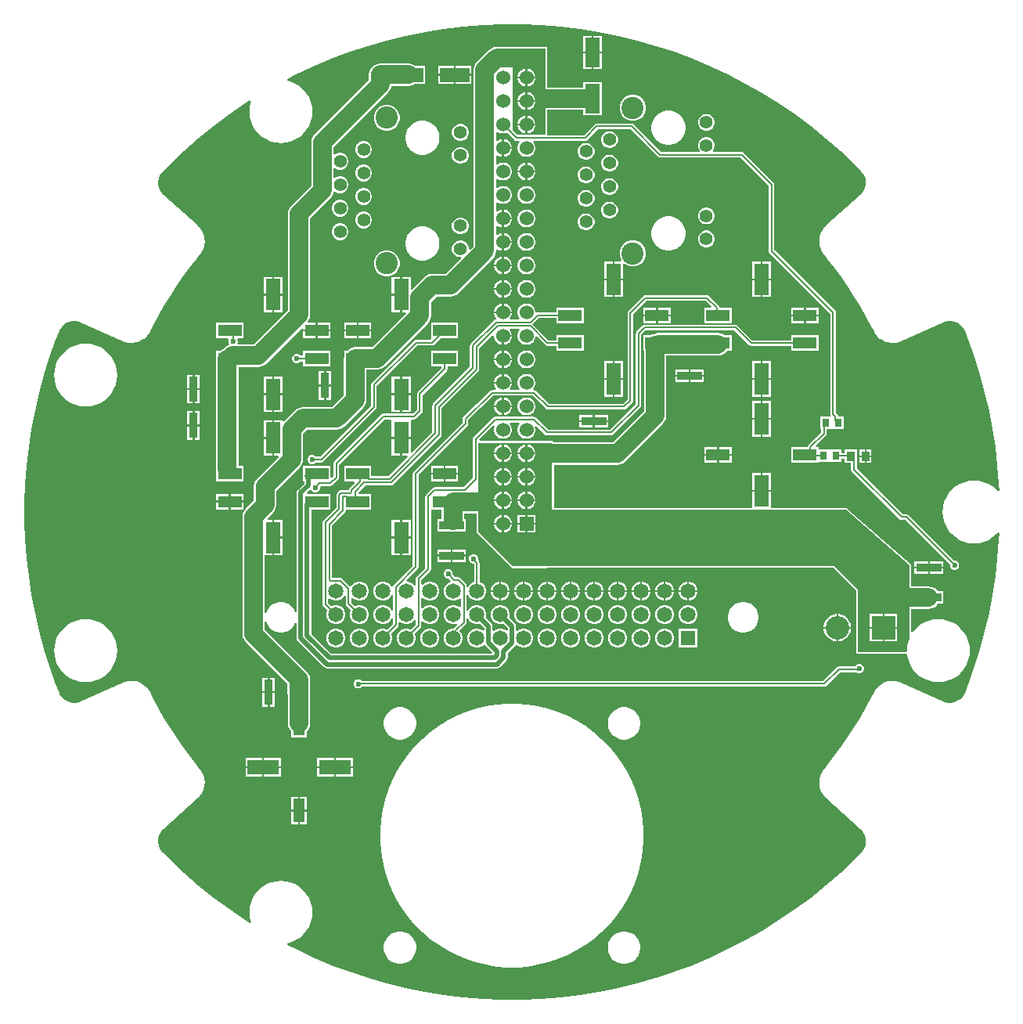
<source format=gtl>
G04*
G04 #@! TF.GenerationSoftware,Altium Limited,Altium Designer,25.5.2 (35)*
G04*
G04 Layer_Physical_Order=1*
G04 Layer_Color=255*
%FSLAX44Y44*%
%MOMM*%
G71*
G04*
G04 #@! TF.SameCoordinates,6D0A5FB9-7A0B-416B-8CE8-3BB7AE90C988*
G04*
G04*
G04 #@! TF.FilePolarity,Positive*
G04*
G01*
G75*
%ADD13C,0.2000*%
%ADD15R,0.9542X2.7062*%
%ADD16R,2.7062X0.9542*%
%ADD17R,0.9000X1.0500*%
%ADD18R,1.2700X2.5400*%
%ADD19R,3.4300X1.6500*%
%ADD20R,1.6500X3.4300*%
%ADD21R,2.5400X1.2700*%
%ADD22R,1.6000X3.2000*%
%ADD23R,3.2000X1.6000*%
%ADD24R,0.8000X0.9500*%
%ADD47C,2.0000*%
%ADD48C,0.4900*%
%ADD49C,1.6500*%
%ADD50R,1.6500X1.6500*%
%ADD51C,2.5500*%
%ADD52C,1.5300*%
%ADD53C,1.4000*%
%ADD54C,2.4000*%
%ADD55R,1.5300X1.5300*%
%ADD56R,2.5500X2.5500*%
%ADD57C,0.6000*%
G36*
X561637Y1056674D02*
X582631Y1054994D01*
X603543Y1052477D01*
X624337Y1049128D01*
X644981Y1044951D01*
X665441Y1039954D01*
X685686Y1034143D01*
X705683Y1027530D01*
X725400Y1020123D01*
X744806Y1011935D01*
X763869Y1002979D01*
X782559Y993270D01*
X800847Y982822D01*
X818704Y971652D01*
X836100Y959779D01*
X853009Y947220D01*
X869403Y933997D01*
X885256Y920130D01*
X900543Y905641D01*
X907890Y898098D01*
X907890Y898097D01*
X909120Y896835D01*
X911025Y893870D01*
X912298Y890585D01*
X912889Y887110D01*
X912774Y883588D01*
X911957Y880160D01*
X910471Y876965D01*
X908376Y874131D01*
X907067Y872952D01*
X869878Y839467D01*
X869841Y839417D01*
X869789Y839383D01*
X868434Y838040D01*
X868331Y837888D01*
X868194Y837766D01*
X865896Y834723D01*
X865790Y834503D01*
X865641Y834309D01*
X863963Y830887D01*
X863900Y830650D01*
X863792Y830432D01*
X862793Y826752D01*
X862776Y826509D01*
X862711Y826274D01*
X862429Y822472D01*
X862458Y822229D01*
X862439Y821986D01*
X862883Y818199D01*
X862959Y817967D01*
X862986Y817724D01*
X864140Y814091D01*
X864258Y813877D01*
X864331Y813644D01*
X866154Y810296D01*
X866272Y810155D01*
X866351Y809989D01*
X867494Y808460D01*
X867540Y808419D01*
X867569Y808365D01*
X871521Y803571D01*
X879148Y793767D01*
X886495Y783749D01*
X893554Y773526D01*
X900321Y763107D01*
X906788Y752501D01*
X912951Y741715D01*
X918807Y730758D01*
X921578Y725198D01*
X921616Y725149D01*
X921635Y725091D01*
X922566Y723425D01*
X922686Y723285D01*
X922767Y723121D01*
X925084Y720093D01*
X925267Y719932D01*
X925415Y719737D01*
X928264Y717205D01*
X928475Y717081D01*
X928656Y716918D01*
X931935Y714972D01*
X932165Y714891D01*
X932374Y714765D01*
X935962Y713476D01*
X936204Y713440D01*
X936433Y713356D01*
X940201Y712772D01*
X940445Y712782D01*
X940686Y712744D01*
X944496Y712885D01*
X944733Y712941D01*
X944977Y712949D01*
X948691Y713811D01*
X948859Y713886D01*
X949040Y713918D01*
X950818Y714610D01*
X950870Y714644D01*
X950930Y714657D01*
X996646Y735011D01*
X998256Y735728D01*
X1001697Y736489D01*
X1005220Y736547D01*
X1008684Y735899D01*
X1011949Y734572D01*
X1014882Y732619D01*
X1017366Y730119D01*
X1019300Y727173D01*
X1019953Y725536D01*
X1023664Y716236D01*
X1030375Y697366D01*
X1036364Y678256D01*
X1041624Y658932D01*
X1046147Y639421D01*
X1049926Y619754D01*
X1052956Y599958D01*
X1055232Y580060D01*
X1056751Y560090D01*
X1057019Y553041D01*
X1055622Y552495D01*
X1054183Y554180D01*
X1050113Y557655D01*
X1045550Y560452D01*
X1040606Y562500D01*
X1035402Y563749D01*
X1030067Y564169D01*
X1024732Y563749D01*
X1019528Y562500D01*
X1014583Y560452D01*
X1010020Y557655D01*
X1005951Y554180D01*
X1002475Y550110D01*
X999679Y545547D01*
X997631Y540603D01*
X996381Y535399D01*
X995962Y530064D01*
X996381Y524729D01*
X997631Y519525D01*
X999679Y514580D01*
X1002475Y510017D01*
X1005951Y505948D01*
X1010020Y502472D01*
X1014583Y499676D01*
X1019528Y497628D01*
X1024732Y496379D01*
X1030067Y495959D01*
X1035402Y496379D01*
X1040606Y497628D01*
X1045550Y499676D01*
X1050113Y502472D01*
X1054183Y505948D01*
X1055622Y507633D01*
X1057019Y507087D01*
X1056751Y500037D01*
X1055232Y480068D01*
X1052956Y460170D01*
X1049926Y440373D01*
X1046147Y420706D01*
X1041624Y401196D01*
X1036364Y381872D01*
X1030375Y362761D01*
X1023664Y343891D01*
X1019953Y334591D01*
X1019300Y332955D01*
X1017366Y330009D01*
X1014882Y327509D01*
X1011949Y325556D01*
X1008684Y324229D01*
X1005221Y323581D01*
X1001697Y323639D01*
X998256Y324399D01*
X996646Y325116D01*
X950930Y345470D01*
X950870Y345484D01*
X950818Y345517D01*
X949040Y346209D01*
X948859Y346241D01*
X948691Y346317D01*
X944977Y347178D01*
X944733Y347186D01*
X944496Y347243D01*
X940686Y347384D01*
X940445Y347345D01*
X940201Y347355D01*
X936433Y346771D01*
X936204Y346688D01*
X935962Y346651D01*
X932374Y345363D01*
X932165Y345237D01*
X931935Y345156D01*
X928656Y343210D01*
X928475Y343047D01*
X928264Y342923D01*
X925415Y340390D01*
X925267Y340196D01*
X925084Y340034D01*
X922767Y337007D01*
X922685Y336842D01*
X922566Y336702D01*
X921635Y335037D01*
X921615Y334978D01*
X921578Y334929D01*
X918807Y329371D01*
X912952Y318413D01*
X906788Y307627D01*
X900321Y297020D01*
X893554Y286601D01*
X886495Y276379D01*
X879148Y266361D01*
X871521Y256556D01*
X867569Y251763D01*
X867540Y251709D01*
X867494Y251667D01*
X866351Y250139D01*
X866272Y249973D01*
X866154Y249832D01*
X864331Y246483D01*
X864258Y246250D01*
X864140Y246036D01*
X862986Y242403D01*
X862959Y242160D01*
X862883Y241928D01*
X862439Y238142D01*
X862458Y237898D01*
X862429Y237656D01*
X862711Y233854D01*
X862776Y233619D01*
X862793Y233375D01*
X863792Y229696D01*
X863900Y229477D01*
X863963Y229241D01*
X865641Y225818D01*
X865790Y225624D01*
X865896Y225404D01*
X868194Y222362D01*
X868331Y222240D01*
X868434Y222087D01*
X869789Y220744D01*
X869841Y220710D01*
X869878Y220661D01*
X907067Y187176D01*
X907067Y187175D01*
X908376Y185996D01*
X910471Y183162D01*
X911957Y179967D01*
X912774Y176539D01*
X912889Y173017D01*
X912298Y169543D01*
X911025Y166257D01*
X909120Y163292D01*
X900543Y154487D01*
X885255Y139997D01*
X869402Y126130D01*
X853008Y112907D01*
X836100Y100349D01*
X818704Y88475D01*
X800847Y77306D01*
X782559Y66858D01*
X763869Y57148D01*
X744805Y48192D01*
X725400Y40005D01*
X705683Y32598D01*
X685686Y25984D01*
X665441Y20174D01*
X644981Y15177D01*
X624337Y11000D01*
X603543Y7650D01*
X582631Y5133D01*
X561637Y3453D01*
X540591Y2613D01*
X519529Y2613D01*
X498484Y3453D01*
X477489Y5133D01*
X456577Y7650D01*
X435783Y11000D01*
X415139Y15177D01*
X394679Y20174D01*
X374434Y25984D01*
X354437Y32598D01*
X334720Y40005D01*
X315315Y48192D01*
X296251Y57148D01*
X286667Y62127D01*
X286862Y63716D01*
X290606Y64615D01*
X295550Y66663D01*
X300113Y69460D01*
X304183Y72935D01*
X307658Y77005D01*
X310455Y81568D01*
X312503Y86512D01*
X313752Y91716D01*
X314172Y97051D01*
X313752Y102386D01*
X312503Y107590D01*
X310455Y112535D01*
X307658Y117098D01*
X304183Y121167D01*
X300113Y124643D01*
X295550Y127439D01*
X290606Y129487D01*
X285402Y130736D01*
X280067Y131156D01*
X274732Y130736D01*
X269528Y129487D01*
X264583Y127439D01*
X260020Y124643D01*
X255951Y121167D01*
X252475Y117098D01*
X249679Y112535D01*
X247631Y107590D01*
X246381Y102386D01*
X245962Y97051D01*
X246381Y91716D01*
X247631Y86512D01*
X247764Y86189D01*
X246619Y85221D01*
X241416Y88475D01*
X224020Y100349D01*
X207111Y112907D01*
X190717Y126130D01*
X174865Y139997D01*
X159577Y154487D01*
X152229Y162030D01*
X152229Y162030D01*
X151000Y163292D01*
X149095Y166257D01*
X147822Y169543D01*
X147231Y173017D01*
X147346Y176539D01*
X148163Y179967D01*
X149649Y183162D01*
X151744Y185996D01*
X153053Y187176D01*
X190242Y220661D01*
X190279Y220710D01*
X190331Y220744D01*
X191686Y222087D01*
X191789Y222240D01*
X191926Y222362D01*
X194224Y225404D01*
X194330Y225624D01*
X194478Y225818D01*
X196157Y229241D01*
X196220Y229477D01*
X196328Y229696D01*
X197327Y233375D01*
X197344Y233619D01*
X197409Y233854D01*
X197691Y237656D01*
X197661Y237898D01*
X197681Y238142D01*
X197237Y241928D01*
X197161Y242160D01*
X197134Y242403D01*
X195979Y246036D01*
X195861Y246250D01*
X195789Y246483D01*
X193966Y249832D01*
X193848Y249973D01*
X193769Y250138D01*
X192626Y251667D01*
X192581Y251709D01*
X192551Y251763D01*
X188599Y256556D01*
X180972Y266361D01*
X173625Y276379D01*
X166566Y286601D01*
X159800Y297020D01*
X153332Y307627D01*
X147168Y318413D01*
X141313Y329370D01*
X138542Y334929D01*
X138504Y334978D01*
X138485Y335037D01*
X137554Y336702D01*
X137434Y336842D01*
X137353Y337007D01*
X135036Y340034D01*
X134853Y340196D01*
X134705Y340390D01*
X131856Y342923D01*
X131645Y343047D01*
X131463Y343210D01*
X128185Y345156D01*
X127955Y345237D01*
X127746Y345363D01*
X124157Y346651D01*
X123916Y346688D01*
X123687Y346771D01*
X119919Y347355D01*
X119675Y347345D01*
X119434Y347384D01*
X115624Y347243D01*
X115387Y347186D01*
X115143Y347178D01*
X111429Y346317D01*
X111261Y346241D01*
X111081Y346209D01*
X109302Y345517D01*
X109250Y345484D01*
X109190Y345470D01*
X63474Y325116D01*
X61864Y324399D01*
X58423Y323639D01*
X54899Y323581D01*
X51435Y324229D01*
X48171Y325556D01*
X45238Y327509D01*
X42754Y330009D01*
X40820Y332955D01*
X40167Y334591D01*
X36456Y343891D01*
X29745Y362761D01*
X23756Y381872D01*
X18496Y401196D01*
X13973Y420707D01*
X10194Y440373D01*
X7164Y460170D01*
X4888Y480068D01*
X3369Y500037D01*
X2609Y520050D01*
X2609Y540077D01*
X3369Y560090D01*
X4888Y580060D01*
X7164Y599958D01*
X10194Y619754D01*
X13973Y639421D01*
X18496Y658932D01*
X23756Y678256D01*
X29745Y697366D01*
X36456Y716236D01*
X40167Y725536D01*
X40820Y727173D01*
X42754Y730119D01*
X45238Y732619D01*
X48171Y734572D01*
X51435Y735899D01*
X54899Y736547D01*
X58423Y736489D01*
X61864Y735728D01*
X63474Y735012D01*
X109190Y714657D01*
X109250Y714644D01*
X109302Y714610D01*
X111080Y713918D01*
X111261Y713886D01*
X111429Y713811D01*
X115143Y712949D01*
X115387Y712941D01*
X115624Y712885D01*
X119434Y712744D01*
X119675Y712782D01*
X119919Y712772D01*
X123687Y713356D01*
X123916Y713440D01*
X124157Y713476D01*
X127746Y714765D01*
X127955Y714890D01*
X128185Y714972D01*
X131463Y716918D01*
X131645Y717081D01*
X131856Y717204D01*
X134705Y719737D01*
X134853Y719932D01*
X135036Y720093D01*
X137353Y723120D01*
X137434Y723285D01*
X137554Y723425D01*
X138485Y725091D01*
X138505Y725149D01*
X138542Y725198D01*
X141313Y730758D01*
X147168Y741714D01*
X153332Y752501D01*
X159799Y763107D01*
X166566Y773526D01*
X173625Y783749D01*
X180972Y793767D01*
X188599Y803572D01*
X192551Y808365D01*
X192580Y808419D01*
X192626Y808460D01*
X193769Y809989D01*
X193848Y810155D01*
X193966Y810296D01*
X195789Y813644D01*
X195862Y813877D01*
X195979Y814091D01*
X197134Y817724D01*
X197161Y817967D01*
X197237Y818199D01*
X197681Y821986D01*
X197661Y822229D01*
X197691Y822472D01*
X197409Y826274D01*
X197344Y826509D01*
X197327Y826752D01*
X196329Y830432D01*
X196220Y830650D01*
X196157Y830887D01*
X194478Y834309D01*
X194330Y834503D01*
X194224Y834723D01*
X191926Y837766D01*
X191789Y837888D01*
X191686Y838040D01*
X190331Y839383D01*
X190279Y839417D01*
X190242Y839467D01*
X153053Y872952D01*
X151744Y874131D01*
X149649Y876965D01*
X148163Y880160D01*
X147346Y883588D01*
X147231Y887110D01*
X147822Y890584D01*
X149095Y893870D01*
X151000Y896835D01*
X159577Y905641D01*
X174865Y920130D01*
X190718Y933997D01*
X207111Y947221D01*
X224020Y959779D01*
X241416Y971652D01*
X246619Y974907D01*
X247764Y973938D01*
X247631Y973616D01*
X246381Y968412D01*
X245962Y963076D01*
X246381Y957741D01*
X247631Y952537D01*
X249679Y947593D01*
X252475Y943030D01*
X255951Y938960D01*
X260020Y935485D01*
X264583Y932689D01*
X269528Y930641D01*
X274732Y929391D01*
X280067Y928971D01*
X285402Y929391D01*
X290606Y930641D01*
X295550Y932689D01*
X300113Y935485D01*
X304183Y938960D01*
X307658Y943030D01*
X310455Y947593D01*
X312503Y952537D01*
X313752Y957741D01*
X314172Y963076D01*
X313752Y968412D01*
X312503Y973616D01*
X310455Y978560D01*
X307658Y983123D01*
X304183Y987192D01*
X300113Y990668D01*
X295550Y993464D01*
X290606Y995512D01*
X286862Y996411D01*
X286667Y998000D01*
X296251Y1002979D01*
X315315Y1011935D01*
X334720Y1020123D01*
X354437Y1027530D01*
X374434Y1034143D01*
X394679Y1039954D01*
X415139Y1044951D01*
X435783Y1049128D01*
X456577Y1052477D01*
X477489Y1054994D01*
X498483Y1056674D01*
X519529Y1057515D01*
X540591D01*
X561637Y1056674D01*
D02*
G37*
%LPC*%
G36*
X627220Y1045030D02*
X618220D01*
Y1028030D01*
X627220D01*
Y1045030D01*
D02*
G37*
G36*
X616220D02*
X607220D01*
Y1028030D01*
X616220D01*
Y1045030D01*
D02*
G37*
G36*
X418054Y1015050D02*
X391000D01*
X389250Y1014819D01*
X387500Y1015050D01*
X384367Y1014638D01*
X381448Y1013428D01*
X378941Y1011505D01*
X377018Y1008998D01*
X375809Y1006079D01*
X375396Y1002946D01*
Y997263D01*
X316611Y938478D01*
X314688Y935972D01*
X313479Y933053D01*
X313066Y929920D01*
Y882633D01*
X291161Y860729D01*
X289238Y858222D01*
X288029Y855303D01*
X287616Y852170D01*
Y748172D01*
X250447Y711003D01*
X233812D01*
X232836Y712503D01*
X233232Y713460D01*
Y715449D01*
X232859Y716349D01*
X233861Y717849D01*
X239481D01*
Y734549D01*
X210081D01*
Y717849D01*
X222603D01*
X223605Y716349D01*
X223232Y715449D01*
Y713460D01*
X223872Y711916D01*
X223984Y711602D01*
X223327Y710167D01*
X221429Y709381D01*
X218922Y707458D01*
X217201Y705737D01*
X216029Y705251D01*
X215114Y704549D01*
X210081D01*
Y695556D01*
X209977Y694769D01*
Y662940D01*
Y623570D01*
Y576580D01*
X210081Y575793D01*
Y562909D01*
X239481D01*
Y579609D01*
X234184D01*
Y623570D01*
Y662940D01*
Y686796D01*
X255460D01*
X258593Y687208D01*
X261512Y688417D01*
X264019Y690341D01*
X302695Y729017D01*
X304081Y728443D01*
Y727199D01*
X317781D01*
Y734549D01*
X310130D01*
X309390Y736049D01*
X310202Y737107D01*
X311411Y740026D01*
X311824Y743159D01*
Y847157D01*
X333728Y869062D01*
X335652Y871568D01*
X336861Y874487D01*
X337081Y876160D01*
X338644Y876718D01*
X340696Y875533D01*
X342985Y874920D01*
X345355D01*
X347644Y875533D01*
X349696Y876718D01*
X351372Y878394D01*
X352557Y880446D01*
X353170Y882735D01*
Y885105D01*
X352557Y887394D01*
X351372Y889446D01*
X349696Y891122D01*
X347644Y892307D01*
X345355Y892920D01*
X342985D01*
X340696Y892307D01*
X338773Y891197D01*
X337836Y891457D01*
X337273Y891689D01*
Y901551D01*
X337836Y901784D01*
X338773Y902043D01*
X340696Y900933D01*
X342985Y900320D01*
X345355D01*
X347644Y900933D01*
X349696Y902118D01*
X351372Y903794D01*
X352557Y905846D01*
X353170Y908135D01*
Y910505D01*
X352557Y912794D01*
X351372Y914846D01*
X349696Y916522D01*
X347644Y917707D01*
X345355Y918320D01*
X342985D01*
X340696Y917707D01*
X338773Y916597D01*
X337836Y916857D01*
X337273Y917089D01*
Y924907D01*
X396059Y983691D01*
X397982Y986198D01*
X399191Y989117D01*
X399418Y990843D01*
X418054D01*
X421186Y991255D01*
X424105Y992464D01*
X424478Y992750D01*
X436250D01*
Y1012750D01*
X424990D01*
X424105Y1013428D01*
X421186Y1014638D01*
X418054Y1015050D01*
D02*
G37*
G36*
X627220Y1026030D02*
X618220D01*
Y1009030D01*
X627220D01*
Y1026030D01*
D02*
G37*
G36*
X616220D02*
X607220D01*
Y1009030D01*
X616220D01*
Y1026030D01*
D02*
G37*
G36*
X486250Y1012750D02*
X469250D01*
Y1003750D01*
X486250D01*
Y1012750D01*
D02*
G37*
G36*
X467250D02*
X450250D01*
Y1003750D01*
X467250D01*
Y1012750D01*
D02*
G37*
G36*
X486250Y1001750D02*
X469250D01*
Y992750D01*
X486250D01*
Y1001750D01*
D02*
G37*
G36*
X467250D02*
X450250D01*
Y992750D01*
X467250D01*
Y1001750D01*
D02*
G37*
G36*
X566420Y1033279D02*
X530400D01*
X529919Y1033184D01*
X513691D01*
X510558Y1032771D01*
X507639Y1031562D01*
X505132Y1029639D01*
X492042Y1016548D01*
X490118Y1014041D01*
X488909Y1011122D01*
X488496Y1007989D01*
Y817363D01*
X484670Y813537D01*
X483170Y814158D01*
Y815755D01*
X482557Y818044D01*
X481372Y820096D01*
X479696Y821772D01*
X477644Y822957D01*
X475355Y823570D01*
X472985D01*
X470696Y822957D01*
X468644Y821772D01*
X466968Y820096D01*
X465783Y818044D01*
X465170Y815755D01*
Y813385D01*
X465783Y811096D01*
X466968Y809044D01*
X468644Y807368D01*
X470696Y806183D01*
X472985Y805570D01*
X474582D01*
X475203Y804070D01*
X458487Y787354D01*
X443750D01*
X440617Y786941D01*
X437698Y785732D01*
X435191Y783809D01*
X421961Y770578D01*
X421563Y770600D01*
X420461Y770974D01*
Y784199D01*
X411211D01*
Y765049D01*
Y745899D01*
X415072D01*
X415646Y744513D01*
X379436Y708303D01*
X360420D01*
X357287Y707890D01*
X354368Y706681D01*
X351861Y704758D01*
X351702Y704549D01*
X348511D01*
Y697675D01*
X348316Y696199D01*
Y666750D01*
Y656264D01*
X335346Y643294D01*
X303747D01*
X300614Y642881D01*
X297695Y641672D01*
X295188Y639748D01*
X283531Y628091D01*
X283133Y628113D01*
X282031Y628487D01*
Y629259D01*
X272781D01*
Y610109D01*
Y590959D01*
X276882D01*
X277456Y589573D01*
X254442Y566558D01*
X252518Y564052D01*
X251309Y561133D01*
X250896Y558000D01*
Y542514D01*
X241942Y533559D01*
X240018Y531052D01*
X238809Y528133D01*
X238396Y525000D01*
Y397750D01*
X238809Y394617D01*
X240018Y391698D01*
X241942Y389192D01*
X287356Y343777D01*
Y333531D01*
X287486Y332544D01*
Y301130D01*
X287899Y297997D01*
X289108Y295078D01*
X291031Y292572D01*
X291161Y292442D01*
X291370Y292281D01*
Y286300D01*
X308070D01*
Y292281D01*
X308279Y292442D01*
X310202Y294948D01*
X311411Y297867D01*
X311824Y301000D01*
X311694Y301987D01*
Y332610D01*
X311564Y333597D01*
Y348790D01*
X311151Y351923D01*
X309942Y354842D01*
X308018Y357349D01*
X262604Y402763D01*
Y411494D01*
X264104Y411642D01*
X264194Y411187D01*
X265438Y408184D01*
X267244Y405482D01*
X269542Y403184D01*
X272244Y401378D01*
X275247Y400134D01*
X278435Y399500D01*
X281685D01*
X284873Y400134D01*
X287876Y401378D01*
X290578Y403184D01*
X292876Y405482D01*
X294682Y408184D01*
X295594Y410385D01*
X297094Y410087D01*
Y393461D01*
X297439Y391725D01*
X298423Y390253D01*
X326624Y362052D01*
X328096Y361068D01*
X329832Y360723D01*
X513898D01*
X515634Y361068D01*
X517106Y362052D01*
X524018Y368964D01*
X525002Y370436D01*
X525347Y372172D01*
Y377210D01*
X533268Y385131D01*
X533806Y385937D01*
X535509Y386250D01*
X535655Y386209D01*
X536466Y385398D01*
X538804Y384049D01*
X541411Y383350D01*
X544109D01*
X546716Y384049D01*
X549054Y385398D01*
X550962Y387306D01*
X552312Y389644D01*
X553010Y392251D01*
Y394949D01*
X552312Y397556D01*
X550962Y399894D01*
X549054Y401802D01*
X546716Y403152D01*
X544109Y403850D01*
X541411D01*
X538804Y403152D01*
X536466Y401802D01*
X535983Y401319D01*
X534597Y401893D01*
Y406300D01*
X534252Y408036D01*
X533268Y409508D01*
X527085Y415691D01*
X527610Y417651D01*
Y420349D01*
X526912Y422956D01*
X525562Y425294D01*
X523654Y427202D01*
X521316Y428551D01*
X518709Y429250D01*
X516011D01*
X513404Y428551D01*
X511066Y427202D01*
X509158Y425294D01*
X507808Y422956D01*
X507110Y420349D01*
Y417651D01*
X507808Y415044D01*
X509158Y412706D01*
X511066Y410798D01*
X513404Y409449D01*
X516011Y408750D01*
X518709D01*
X520669Y409275D01*
X525523Y404421D01*
Y401893D01*
X524137Y401319D01*
X523654Y401802D01*
X521316Y403152D01*
X518709Y403850D01*
X516011D01*
X513404Y403152D01*
X511066Y401802D01*
X510583Y401319D01*
X509197Y401893D01*
Y406300D01*
X508852Y408036D01*
X507868Y409508D01*
X501685Y415691D01*
X502210Y417651D01*
Y420349D01*
X501511Y422956D01*
X500162Y425294D01*
X498254Y427202D01*
X495916Y428551D01*
X493309Y429250D01*
X490611D01*
X488004Y428551D01*
X485666Y427202D01*
X483758Y425294D01*
X482559Y423217D01*
X481545Y423287D01*
X481059Y423474D01*
Y439926D01*
X481545Y440113D01*
X482559Y440183D01*
X483758Y438106D01*
X485666Y436198D01*
X488004Y434849D01*
X490611Y434150D01*
X493309D01*
X495916Y434849D01*
X498254Y436198D01*
X500162Y438106D01*
X501511Y440444D01*
X502210Y443051D01*
Y445749D01*
X501511Y448356D01*
X500162Y450694D01*
X498254Y452602D01*
X495916Y453951D01*
X495019Y454192D01*
Y474958D01*
X494786Y476128D01*
X494123Y477121D01*
X494123Y477121D01*
X493424Y477819D01*
X493647Y478358D01*
Y480347D01*
X492886Y482185D01*
X491480Y483591D01*
X489642Y484353D01*
X487653D01*
X485815Y483591D01*
X484409Y482185D01*
X483647Y480347D01*
Y478358D01*
X484409Y476520D01*
X485815Y475114D01*
X487653Y474353D01*
X488239D01*
X488901Y473691D01*
Y454192D01*
X488004Y453951D01*
X485666Y452602D01*
X483758Y450694D01*
X482559Y448617D01*
X481545Y448687D01*
X481059Y448874D01*
Y450554D01*
X481059Y450554D01*
X480826Y451725D01*
X480163Y452717D01*
X474443Y458437D01*
X473450Y459100D01*
X472280Y459333D01*
X472280Y459333D01*
X468753D01*
X466010Y462076D01*
Y463995D01*
X465249Y465832D01*
X463842Y467239D01*
X462005Y468000D01*
X460015D01*
X458178Y467239D01*
X456771Y465832D01*
X456010Y463995D01*
Y462005D01*
X456771Y460168D01*
X458178Y458761D01*
X460015Y458000D01*
X461434D01*
X463814Y455621D01*
X463425Y454172D01*
X462604Y453951D01*
X460266Y452602D01*
X458358Y450694D01*
X457009Y448356D01*
X456310Y445749D01*
Y443051D01*
X457009Y440444D01*
X458358Y438106D01*
X460266Y436198D01*
X462604Y434849D01*
X465211Y434150D01*
X467909D01*
X470516Y434849D01*
X472854Y436198D01*
X473441Y436786D01*
X474941Y436164D01*
Y427236D01*
X473441Y426614D01*
X472854Y427202D01*
X470516Y428551D01*
X467909Y429250D01*
X465211D01*
X462604Y428551D01*
X460266Y427202D01*
X458358Y425294D01*
X457009Y422956D01*
X456310Y420349D01*
Y417651D01*
X457009Y415044D01*
X458358Y412706D01*
X460266Y410798D01*
X462604Y409449D01*
X465211Y408750D01*
X467909D01*
X470227Y409371D01*
X470890Y408612D01*
X471106Y408128D01*
X467172Y404194D01*
X466942Y403850D01*
X465211D01*
X462604Y403152D01*
X460266Y401802D01*
X458358Y399894D01*
X457009Y397556D01*
X456310Y394949D01*
Y392251D01*
X457009Y389644D01*
X458358Y387306D01*
X460266Y385398D01*
X462604Y384049D01*
X465211Y383350D01*
X467909D01*
X470516Y384049D01*
X472854Y385398D01*
X474762Y387306D01*
X476111Y389644D01*
X476810Y392251D01*
Y394949D01*
X476111Y397556D01*
X474762Y399894D01*
X473142Y401513D01*
X480163Y408534D01*
X480163Y408534D01*
X480826Y409526D01*
X481059Y410697D01*
X481059Y410697D01*
Y414526D01*
X481545Y414713D01*
X482559Y414783D01*
X483758Y412706D01*
X485666Y410798D01*
X488004Y409449D01*
X490611Y408750D01*
X493309D01*
X495269Y409275D01*
X500123Y404421D01*
Y401893D01*
X498737Y401319D01*
X498254Y401802D01*
X495916Y403152D01*
X493309Y403850D01*
X490611D01*
X488004Y403152D01*
X485666Y401802D01*
X483758Y399894D01*
X482408Y397556D01*
X481710Y394949D01*
Y392251D01*
X482408Y389644D01*
X483758Y387306D01*
X485666Y385398D01*
X488004Y384049D01*
X490611Y383350D01*
X493309D01*
X495916Y384049D01*
X498254Y385398D01*
X499065Y386209D01*
X499211Y386250D01*
X500914Y385937D01*
X501452Y385131D01*
X508386Y378197D01*
X507765Y376697D01*
X334570D01*
X313068Y398199D01*
Y532909D01*
X333481D01*
Y549609D01*
X308894D01*
X308320Y550995D01*
X311465Y554141D01*
X312937Y553848D01*
X313011Y553668D01*
X314418Y552261D01*
X316255Y551500D01*
X318245D01*
X320082Y552261D01*
X321489Y553668D01*
X322250Y555505D01*
Y557174D01*
X323243Y558167D01*
X333726D01*
X333726Y558167D01*
X334897Y558400D01*
X335889Y559063D01*
X342163Y565337D01*
X342826Y566329D01*
X343059Y567500D01*
X343059Y567500D01*
Y580983D01*
X392267Y630191D01*
X398847D01*
X399961Y629259D01*
X399961Y628691D01*
Y611109D01*
X410211D01*
X420461D01*
Y628691D01*
X420461Y629259D01*
X421575Y630191D01*
X424250D01*
X424250Y630191D01*
X425420Y630424D01*
X426413Y631087D01*
X432413Y637087D01*
X433076Y638079D01*
X433309Y639250D01*
X433309Y639250D01*
Y656483D01*
X459374Y682548D01*
X460037Y683540D01*
X460270Y684711D01*
X460270Y684711D01*
Y687849D01*
X471911D01*
Y704549D01*
X442511D01*
Y687849D01*
X454152D01*
Y685978D01*
X428087Y659913D01*
X427424Y658921D01*
X427191Y657750D01*
X427191Y657750D01*
Y640517D01*
X422983Y636309D01*
X391000D01*
X389829Y636076D01*
X388837Y635413D01*
X388837Y635413D01*
X337837Y584413D01*
X337174Y583421D01*
X336941Y582250D01*
X336941Y582250D01*
Y568767D01*
X334867Y566692D01*
X333481Y567266D01*
Y579609D01*
X304081D01*
Y569067D01*
X303994Y568629D01*
X304081Y568191D01*
Y562909D01*
X305310D01*
Y560818D01*
X298423Y553931D01*
X297439Y552459D01*
X297094Y550722D01*
Y421913D01*
X295594Y421615D01*
X294682Y423816D01*
X292876Y426518D01*
X290578Y428816D01*
X287876Y430622D01*
X284873Y431866D01*
X281685Y432500D01*
X278435D01*
X275247Y431866D01*
X272244Y430622D01*
X269542Y428816D01*
X267244Y426518D01*
X265438Y423816D01*
X264194Y420813D01*
X264104Y420358D01*
X262604Y420505D01*
Y483259D01*
X270781D01*
Y502409D01*
Y521559D01*
X266136D01*
X265562Y522945D01*
X271558Y528941D01*
X273482Y531448D01*
X274691Y534367D01*
X275104Y537500D01*
Y552986D01*
X300589Y578472D01*
X302513Y580979D01*
X303722Y583898D01*
X304134Y587031D01*
Y614461D01*
X308760Y619086D01*
X340360D01*
X343493Y619499D01*
X346412Y620708D01*
X348918Y622631D01*
X368979Y642691D01*
X370902Y645198D01*
X372111Y648117D01*
X372524Y651250D01*
Y666750D01*
Y684096D01*
X384449D01*
X387582Y684508D01*
X390501Y685717D01*
X393008Y687641D01*
X439019Y733652D01*
X440943Y736159D01*
X442152Y739078D01*
X442564Y742211D01*
Y756947D01*
X448763Y763147D01*
X463500D01*
X466633Y763559D01*
X469552Y764768D01*
X472058Y766692D01*
X509159Y803792D01*
X511082Y806298D01*
X512291Y809217D01*
X512704Y812350D01*
Y813989D01*
X514089Y814564D01*
X514325Y814328D01*
X516525Y813058D01*
X518979Y812400D01*
X519250D01*
Y822050D01*
Y831700D01*
X518979D01*
X516525Y831042D01*
X514325Y829772D01*
X514089Y829537D01*
X512704Y830110D01*
Y839389D01*
X514089Y839964D01*
X514325Y839728D01*
X516525Y838458D01*
X518979Y837800D01*
X519250D01*
Y847450D01*
Y857100D01*
X518979D01*
X516525Y856442D01*
X514325Y855172D01*
X514089Y854937D01*
X512704Y855510D01*
Y864790D01*
X514089Y865363D01*
X514325Y865128D01*
X516525Y863858D01*
X518979Y863200D01*
X521520D01*
X523975Y863858D01*
X526175Y865128D01*
X527972Y866925D01*
X529242Y869125D01*
X529900Y871580D01*
Y874120D01*
X529242Y876575D01*
X527972Y878775D01*
X526175Y880572D01*
X523975Y881842D01*
X521520Y882500D01*
X518979D01*
X516525Y881842D01*
X514325Y880572D01*
X514089Y880337D01*
X512704Y880910D01*
Y890190D01*
X514089Y890763D01*
X514325Y890528D01*
X516525Y889258D01*
X518979Y888600D01*
X521520D01*
X523975Y889258D01*
X526175Y890528D01*
X527972Y892325D01*
X529242Y894525D01*
X529900Y896980D01*
Y899520D01*
X529242Y901975D01*
X527972Y904175D01*
X526175Y905972D01*
X523975Y907242D01*
X521520Y907900D01*
X518979D01*
X516525Y907242D01*
X514325Y905972D01*
X514089Y905736D01*
X512704Y906311D01*
Y915590D01*
X514089Y916163D01*
X514325Y915928D01*
X516525Y914658D01*
X518979Y914000D01*
X519250D01*
Y923650D01*
Y933300D01*
X518979D01*
X516525Y932642D01*
X514325Y931372D01*
X514089Y931136D01*
X512704Y931711D01*
Y940990D01*
X514089Y941563D01*
X514325Y941328D01*
X516525Y940058D01*
X518979Y939400D01*
X521520D01*
X523975Y940058D01*
X524572Y940402D01*
X532637Y932337D01*
X532637Y932337D01*
X533629Y931674D01*
X534800Y931441D01*
X534800Y931441D01*
X537673D01*
X538294Y929941D01*
X537928Y929575D01*
X536658Y927375D01*
X536000Y924921D01*
Y922380D01*
X536658Y919925D01*
X537928Y917725D01*
X539725Y915928D01*
X541925Y914658D01*
X544380Y914000D01*
X546920D01*
X549375Y914658D01*
X551575Y915928D01*
X553372Y917725D01*
X554642Y919925D01*
X555300Y922380D01*
Y924921D01*
X554642Y927375D01*
X553372Y929575D01*
X553006Y929941D01*
X553627Y931441D01*
X609178D01*
X609178Y931441D01*
X610349Y931674D01*
X611341Y932337D01*
X622945Y943941D01*
X658233D01*
X687887Y914287D01*
X687887Y914287D01*
X688880Y913624D01*
X690050Y913391D01*
X777283D01*
X807691Y882983D01*
Y812310D01*
X807691Y812310D01*
X807924Y811140D01*
X808587Y810147D01*
X874191Y744543D01*
Y635986D01*
X874191Y635986D01*
X874424Y634815D01*
X874728Y634360D01*
X874066Y632930D01*
X873986Y632860D01*
X863800D01*
Y619360D01*
X864351D01*
Y615947D01*
X850565Y602161D01*
X849902Y601169D01*
X849704Y600170D01*
X832300D01*
Y583470D01*
X861700D01*
Y583800D01*
X872760D01*
X874260Y583800D01*
X874760Y583800D01*
X886260D01*
Y587491D01*
X889970D01*
Y583030D01*
X896911D01*
Y576030D01*
X896911Y576030D01*
X897144Y574859D01*
X897807Y573867D01*
X949323Y522352D01*
X950315Y521689D01*
X951486Y521456D01*
X951486Y521456D01*
X955212D01*
X1003760Y472908D01*
Y471239D01*
X1004521Y469401D01*
X1005928Y467995D01*
X1007766Y467234D01*
X1009755D01*
X1011593Y467995D01*
X1012999Y469401D01*
X1013760Y471239D01*
Y473228D01*
X1012999Y475066D01*
X1011593Y476473D01*
X1009755Y477234D01*
X1008086D01*
X958642Y526677D01*
X957650Y527341D01*
X956479Y527573D01*
X956479Y527573D01*
X952753D01*
X903029Y577297D01*
Y586780D01*
X903029Y586780D01*
X902970Y587076D01*
Y597530D01*
X889970D01*
Y593609D01*
X886260D01*
Y597300D01*
X874760D01*
X873260Y597300D01*
X872760Y597300D01*
X861700D01*
Y600170D01*
X859186D01*
X858612Y601556D01*
X869573Y612517D01*
X869573Y612517D01*
X870236Y613509D01*
X870469Y614680D01*
X870469Y614680D01*
Y619360D01*
X875300D01*
X876800Y619360D01*
X877300Y619360D01*
X888800D01*
Y632860D01*
X882859D01*
Y633436D01*
X882626Y634606D01*
X881963Y635599D01*
X880309Y637253D01*
Y745810D01*
X880076Y746981D01*
X879413Y747973D01*
X813809Y813577D01*
Y884250D01*
X813576Y885421D01*
X812913Y886413D01*
X812913Y886413D01*
X780713Y918613D01*
X779721Y919276D01*
X778550Y919509D01*
X778550Y919509D01*
X748096D01*
X747803Y920217D01*
X747601Y921009D01*
X748737Y922976D01*
X749350Y925265D01*
Y927635D01*
X748737Y929924D01*
X747552Y931976D01*
X745876Y933652D01*
X743824Y934837D01*
X741535Y935450D01*
X739165D01*
X736876Y934837D01*
X734824Y933652D01*
X733148Y931976D01*
X731963Y929924D01*
X731350Y927635D01*
Y925265D01*
X731963Y922976D01*
X733099Y921009D01*
X732897Y920217D01*
X732604Y919509D01*
X691317D01*
X661663Y949163D01*
X660671Y949826D01*
X659500Y950059D01*
X659500Y950059D01*
X621678D01*
X620508Y949826D01*
X619515Y949163D01*
X619515Y949163D01*
X607911Y937559D01*
X568616D01*
X568459Y937750D01*
Y964926D01*
X607220D01*
Y959030D01*
X627220D01*
Y995030D01*
X607220D01*
Y989134D01*
X568459D01*
Y1031240D01*
X568304Y1032020D01*
X567862Y1032682D01*
X567200Y1033124D01*
X566420Y1033279D01*
D02*
G37*
G36*
X662593Y981100D02*
X658907D01*
X655346Y980146D01*
X652154Y978303D01*
X649547Y975696D01*
X647704Y972504D01*
X646750Y968943D01*
Y965257D01*
X647704Y961696D01*
X649547Y958504D01*
X652154Y955897D01*
X655346Y954054D01*
X658907Y953100D01*
X662593D01*
X666154Y954054D01*
X669346Y955897D01*
X671953Y958504D01*
X673796Y961696D01*
X674750Y965257D01*
Y968943D01*
X673796Y972504D01*
X671953Y975696D01*
X669346Y978303D01*
X666154Y980146D01*
X662593Y981100D01*
D02*
G37*
G36*
X741535Y960350D02*
X739165D01*
X736876Y959737D01*
X734824Y958552D01*
X733148Y956876D01*
X731963Y954824D01*
X731350Y952535D01*
Y950165D01*
X731963Y947876D01*
X733148Y945824D01*
X734824Y944148D01*
X736876Y942963D01*
X739165Y942350D01*
X741535D01*
X743824Y942963D01*
X745876Y944148D01*
X747552Y945824D01*
X748737Y947876D01*
X749350Y950165D01*
Y952535D01*
X748737Y954824D01*
X747552Y956876D01*
X745876Y958552D01*
X743824Y959737D01*
X741535Y960350D01*
D02*
G37*
G36*
X396413Y970320D02*
X392727D01*
X389166Y969366D01*
X385974Y967523D01*
X383367Y964916D01*
X381524Y961724D01*
X380570Y958163D01*
Y954477D01*
X381524Y950916D01*
X383367Y947724D01*
X385974Y945117D01*
X389166Y943274D01*
X392727Y942320D01*
X396413D01*
X399974Y943274D01*
X403166Y945117D01*
X405773Y947724D01*
X407616Y950916D01*
X408570Y954477D01*
Y958163D01*
X407616Y961724D01*
X405773Y964916D01*
X403166Y967523D01*
X399974Y969366D01*
X396413Y970320D01*
D02*
G37*
G36*
X475355Y949570D02*
X472985D01*
X470696Y948957D01*
X468644Y947772D01*
X466968Y946096D01*
X465783Y944044D01*
X465170Y941755D01*
Y939385D01*
X465783Y937096D01*
X466968Y935044D01*
X468644Y933368D01*
X470696Y932183D01*
X472985Y931570D01*
X475355D01*
X477644Y932183D01*
X479696Y933368D01*
X481372Y935044D01*
X482557Y937096D01*
X483170Y939385D01*
Y941755D01*
X482557Y944044D01*
X481372Y946096D01*
X479696Y947772D01*
X477644Y948957D01*
X475355Y949570D01*
D02*
G37*
G36*
X701072Y964000D02*
X697428D01*
X693854Y963289D01*
X690487Y961895D01*
X687457Y959870D01*
X684880Y957293D01*
X682856Y954263D01*
X681461Y950896D01*
X680750Y947322D01*
Y943678D01*
X681461Y940104D01*
X682856Y936737D01*
X684880Y933707D01*
X687457Y931130D01*
X690487Y929106D01*
X693854Y927711D01*
X697428Y927000D01*
X701072D01*
X704646Y927711D01*
X708013Y929106D01*
X711043Y931130D01*
X713620Y933707D01*
X715645Y936737D01*
X717039Y940104D01*
X717750Y943678D01*
Y947322D01*
X717039Y950896D01*
X715645Y954263D01*
X713620Y957293D01*
X711043Y959870D01*
X708013Y961895D01*
X704646Y963289D01*
X701072Y964000D01*
D02*
G37*
G36*
X521520Y933300D02*
X521250D01*
Y924650D01*
X529900D01*
Y924921D01*
X529242Y927375D01*
X527972Y929575D01*
X526175Y931372D01*
X523975Y932642D01*
X521520Y933300D01*
D02*
G37*
G36*
X636935Y941800D02*
X634565D01*
X632276Y941187D01*
X630224Y940002D01*
X628548Y938326D01*
X627363Y936274D01*
X626750Y933985D01*
Y931615D01*
X627363Y929326D01*
X628548Y927274D01*
X630224Y925598D01*
X632276Y924413D01*
X634565Y923800D01*
X636935D01*
X639224Y924413D01*
X641276Y925598D01*
X642952Y927274D01*
X644137Y929326D01*
X644750Y931615D01*
Y933985D01*
X644137Y936274D01*
X642952Y938326D01*
X641276Y940002D01*
X639224Y941187D01*
X636935Y941800D01*
D02*
G37*
G36*
X434892Y953220D02*
X431248D01*
X427674Y952509D01*
X424307Y951115D01*
X421277Y949090D01*
X418700Y946513D01*
X416675Y943483D01*
X415281Y940116D01*
X414570Y936542D01*
Y932898D01*
X415281Y929324D01*
X416675Y925957D01*
X418700Y922927D01*
X421277Y920350D01*
X424307Y918326D01*
X427674Y916931D01*
X431248Y916220D01*
X434892D01*
X438466Y916931D01*
X441833Y918326D01*
X444863Y920350D01*
X447440Y922927D01*
X449464Y925957D01*
X450859Y929324D01*
X451570Y932898D01*
Y936542D01*
X450859Y940116D01*
X449464Y943483D01*
X447440Y946513D01*
X444863Y949090D01*
X441833Y951115D01*
X438466Y952509D01*
X434892Y953220D01*
D02*
G37*
G36*
X529900Y922650D02*
X521250D01*
Y914000D01*
X521520D01*
X523975Y914658D01*
X526175Y915928D01*
X527972Y917725D01*
X529242Y919925D01*
X529900Y922380D01*
Y922650D01*
D02*
G37*
G36*
X370755Y931020D02*
X368385D01*
X366096Y930407D01*
X364044Y929222D01*
X362368Y927546D01*
X361183Y925494D01*
X360570Y923205D01*
Y920835D01*
X361183Y918546D01*
X362368Y916494D01*
X364044Y914818D01*
X366096Y913633D01*
X368385Y913020D01*
X370755D01*
X373044Y913633D01*
X375096Y914818D01*
X376772Y916494D01*
X377957Y918546D01*
X378570Y920835D01*
Y923205D01*
X377957Y925494D01*
X376772Y927546D01*
X375096Y929222D01*
X373044Y930407D01*
X370755Y931020D01*
D02*
G37*
G36*
X611535Y929100D02*
X609165D01*
X606876Y928487D01*
X604824Y927302D01*
X603148Y925626D01*
X601963Y923574D01*
X601350Y921285D01*
Y918915D01*
X601963Y916626D01*
X603148Y914574D01*
X604824Y912898D01*
X606876Y911713D01*
X609165Y911100D01*
X611535D01*
X613824Y911713D01*
X615876Y912898D01*
X617552Y914574D01*
X618737Y916626D01*
X619350Y918915D01*
Y921285D01*
X618737Y923574D01*
X617552Y925626D01*
X615876Y927302D01*
X613824Y928487D01*
X611535Y929100D01*
D02*
G37*
G36*
X475355Y924670D02*
X472985D01*
X470696Y924057D01*
X468644Y922872D01*
X466968Y921196D01*
X465783Y919144D01*
X465170Y916855D01*
Y914485D01*
X465783Y912196D01*
X466968Y910144D01*
X468644Y908468D01*
X470696Y907283D01*
X472985Y906670D01*
X475355D01*
X477644Y907283D01*
X479696Y908468D01*
X481372Y910144D01*
X482557Y912196D01*
X483170Y914485D01*
Y916855D01*
X482557Y919144D01*
X481372Y921196D01*
X479696Y922872D01*
X477644Y924057D01*
X475355Y924670D01*
D02*
G37*
G36*
X546920Y907900D02*
X546650D01*
Y899250D01*
X555300D01*
Y899520D01*
X554642Y901975D01*
X553372Y904175D01*
X551575Y905972D01*
X549375Y907242D01*
X546920Y907900D01*
D02*
G37*
G36*
X544650D02*
X544380D01*
X541925Y907242D01*
X539725Y905972D01*
X537928Y904175D01*
X536658Y901975D01*
X536000Y899520D01*
Y899250D01*
X544650D01*
Y907900D01*
D02*
G37*
G36*
X636935Y916400D02*
X634565D01*
X632276Y915787D01*
X630224Y914602D01*
X628548Y912926D01*
X627363Y910874D01*
X626750Y908585D01*
Y906215D01*
X627363Y903926D01*
X628548Y901874D01*
X630224Y900198D01*
X632276Y899013D01*
X634565Y898400D01*
X636935D01*
X639224Y899013D01*
X641276Y900198D01*
X642952Y901874D01*
X644137Y903926D01*
X644750Y906215D01*
Y908585D01*
X644137Y910874D01*
X642952Y912926D01*
X641276Y914602D01*
X639224Y915787D01*
X636935Y916400D01*
D02*
G37*
G36*
X555300Y897250D02*
X546650D01*
Y888600D01*
X546920D01*
X549375Y889258D01*
X551575Y890528D01*
X553372Y892325D01*
X554642Y894525D01*
X555300Y896980D01*
Y897250D01*
D02*
G37*
G36*
X544650D02*
X536000D01*
Y896980D01*
X536658Y894525D01*
X537928Y892325D01*
X539725Y890528D01*
X541925Y889258D01*
X544380Y888600D01*
X544650D01*
Y897250D01*
D02*
G37*
G36*
X370755Y905620D02*
X368385D01*
X366096Y905007D01*
X364044Y903822D01*
X362368Y902146D01*
X361183Y900094D01*
X360570Y897805D01*
Y895435D01*
X361183Y893146D01*
X362368Y891094D01*
X364044Y889418D01*
X366096Y888233D01*
X368385Y887620D01*
X370755D01*
X373044Y888233D01*
X375096Y889418D01*
X376772Y891094D01*
X377957Y893146D01*
X378570Y895435D01*
Y897805D01*
X377957Y900094D01*
X376772Y902146D01*
X375096Y903822D01*
X373044Y905007D01*
X370755Y905620D01*
D02*
G37*
G36*
X611535Y903700D02*
X609165D01*
X606876Y903087D01*
X604824Y901902D01*
X603148Y900226D01*
X601963Y898174D01*
X601350Y895885D01*
Y893515D01*
X601963Y891226D01*
X603148Y889174D01*
X604824Y887498D01*
X606876Y886313D01*
X609165Y885700D01*
X611535D01*
X613824Y886313D01*
X615876Y887498D01*
X617552Y889174D01*
X618737Y891226D01*
X619350Y893515D01*
Y895885D01*
X618737Y898174D01*
X617552Y900226D01*
X615876Y901902D01*
X613824Y903087D01*
X611535Y903700D01*
D02*
G37*
G36*
X636935Y891000D02*
X634565D01*
X632276Y890387D01*
X630224Y889202D01*
X628548Y887526D01*
X627363Y885474D01*
X626750Y883185D01*
Y880815D01*
X627363Y878526D01*
X628548Y876474D01*
X630224Y874798D01*
X632276Y873613D01*
X634565Y873000D01*
X636935D01*
X639224Y873613D01*
X641276Y874798D01*
X642952Y876474D01*
X644137Y878526D01*
X644750Y880815D01*
Y883185D01*
X644137Y885474D01*
X642952Y887526D01*
X641276Y889202D01*
X639224Y890387D01*
X636935Y891000D01*
D02*
G37*
G36*
X546920Y882500D02*
X544380D01*
X541925Y881842D01*
X539725Y880572D01*
X537928Y878775D01*
X536658Y876575D01*
X536000Y874120D01*
Y871580D01*
X536658Y869125D01*
X537928Y866925D01*
X539725Y865128D01*
X541925Y863858D01*
X544380Y863200D01*
X546920D01*
X549375Y863858D01*
X551575Y865128D01*
X553372Y866925D01*
X554642Y869125D01*
X555300Y871580D01*
Y874120D01*
X554642Y876575D01*
X553372Y878775D01*
X551575Y880572D01*
X549375Y881842D01*
X546920Y882500D01*
D02*
G37*
G36*
X370755Y880220D02*
X368385D01*
X366096Y879607D01*
X364044Y878422D01*
X362368Y876746D01*
X361183Y874694D01*
X360570Y872405D01*
Y870035D01*
X361183Y867746D01*
X362368Y865694D01*
X364044Y864018D01*
X366096Y862833D01*
X368385Y862220D01*
X370755D01*
X373044Y862833D01*
X375096Y864018D01*
X376772Y865694D01*
X377957Y867746D01*
X378570Y870035D01*
Y872405D01*
X377957Y874694D01*
X376772Y876746D01*
X375096Y878422D01*
X373044Y879607D01*
X370755Y880220D01*
D02*
G37*
G36*
X611535Y878300D02*
X609165D01*
X606876Y877687D01*
X604824Y876502D01*
X603148Y874826D01*
X601963Y872774D01*
X601350Y870485D01*
Y868115D01*
X601963Y865826D01*
X603148Y863774D01*
X604824Y862098D01*
X606876Y860913D01*
X609165Y860300D01*
X611535D01*
X613824Y860913D01*
X615876Y862098D01*
X617552Y863774D01*
X618737Y865826D01*
X619350Y868115D01*
Y870485D01*
X618737Y872774D01*
X617552Y874826D01*
X615876Y876502D01*
X613824Y877687D01*
X611535Y878300D01*
D02*
G37*
G36*
X345355Y867520D02*
X342985D01*
X340696Y866907D01*
X338644Y865722D01*
X336968Y864046D01*
X335783Y861994D01*
X335170Y859705D01*
Y857335D01*
X335783Y855046D01*
X336968Y852994D01*
X338644Y851318D01*
X340696Y850133D01*
X342985Y849520D01*
X345355D01*
X347644Y850133D01*
X349696Y851318D01*
X351372Y852994D01*
X352557Y855046D01*
X353170Y857335D01*
Y859705D01*
X352557Y861994D01*
X351372Y864046D01*
X349696Y865722D01*
X347644Y866907D01*
X345355Y867520D01*
D02*
G37*
G36*
X521520Y857100D02*
X521250D01*
Y848450D01*
X529900D01*
Y848720D01*
X529242Y851175D01*
X527972Y853375D01*
X526175Y855172D01*
X523975Y856442D01*
X521520Y857100D01*
D02*
G37*
G36*
X636935Y865600D02*
X634565D01*
X632276Y864987D01*
X630224Y863802D01*
X628548Y862126D01*
X627363Y860074D01*
X626750Y857785D01*
Y855415D01*
X627363Y853126D01*
X628548Y851074D01*
X630224Y849398D01*
X632276Y848213D01*
X634565Y847600D01*
X636935D01*
X639224Y848213D01*
X641276Y849398D01*
X642952Y851074D01*
X644137Y853126D01*
X644750Y855415D01*
Y857785D01*
X644137Y860074D01*
X642952Y862126D01*
X641276Y863802D01*
X639224Y864987D01*
X636935Y865600D01*
D02*
G37*
G36*
X741535Y859250D02*
X739165D01*
X736876Y858637D01*
X734824Y857452D01*
X733148Y855776D01*
X731963Y853724D01*
X731350Y851435D01*
Y849065D01*
X731963Y846776D01*
X733148Y844724D01*
X734824Y843048D01*
X736876Y841863D01*
X739165Y841250D01*
X741535D01*
X743824Y841863D01*
X745876Y843048D01*
X747552Y844724D01*
X748737Y846776D01*
X749350Y849065D01*
Y851435D01*
X748737Y853724D01*
X747552Y855776D01*
X745876Y857452D01*
X743824Y858637D01*
X741535Y859250D01*
D02*
G37*
G36*
X546920Y857100D02*
X544380D01*
X541925Y856442D01*
X539725Y855172D01*
X537928Y853375D01*
X536658Y851175D01*
X536000Y848720D01*
Y846180D01*
X536658Y843725D01*
X537928Y841525D01*
X539725Y839728D01*
X541925Y838458D01*
X544380Y837800D01*
X546920D01*
X549375Y838458D01*
X551575Y839728D01*
X553372Y841525D01*
X554642Y843725D01*
X555300Y846180D01*
Y848720D01*
X554642Y851175D01*
X553372Y853375D01*
X551575Y855172D01*
X549375Y856442D01*
X546920Y857100D01*
D02*
G37*
G36*
X529900Y846450D02*
X521250D01*
Y837800D01*
X521520D01*
X523975Y838458D01*
X526175Y839728D01*
X527972Y841525D01*
X529242Y843725D01*
X529900Y846180D01*
Y846450D01*
D02*
G37*
G36*
X370755Y854820D02*
X368385D01*
X366096Y854207D01*
X364044Y853022D01*
X362368Y851346D01*
X361183Y849294D01*
X360570Y847005D01*
Y844635D01*
X361183Y842346D01*
X362368Y840294D01*
X364044Y838618D01*
X366096Y837433D01*
X368385Y836820D01*
X370755D01*
X373044Y837433D01*
X375096Y838618D01*
X376772Y840294D01*
X377957Y842346D01*
X378570Y844635D01*
Y847005D01*
X377957Y849294D01*
X376772Y851346D01*
X375096Y853022D01*
X373044Y854207D01*
X370755Y854820D01*
D02*
G37*
G36*
X611535Y852900D02*
X609165D01*
X606876Y852287D01*
X604824Y851102D01*
X603148Y849426D01*
X601963Y847374D01*
X601350Y845085D01*
Y842715D01*
X601963Y840426D01*
X603148Y838374D01*
X604824Y836698D01*
X606876Y835513D01*
X609165Y834900D01*
X611535D01*
X613824Y835513D01*
X615876Y836698D01*
X617552Y838374D01*
X618737Y840426D01*
X619350Y842715D01*
Y845085D01*
X618737Y847374D01*
X617552Y849426D01*
X615876Y851102D01*
X613824Y852287D01*
X611535Y852900D01*
D02*
G37*
G36*
X475355Y848470D02*
X472985D01*
X470696Y847857D01*
X468644Y846672D01*
X466968Y844996D01*
X465783Y842944D01*
X465170Y840655D01*
Y838285D01*
X465783Y835996D01*
X466968Y833944D01*
X468644Y832268D01*
X470696Y831083D01*
X472985Y830470D01*
X475355D01*
X477644Y831083D01*
X479696Y832268D01*
X481372Y833944D01*
X482557Y835996D01*
X483170Y838285D01*
Y840655D01*
X482557Y842944D01*
X481372Y844996D01*
X479696Y846672D01*
X477644Y847857D01*
X475355Y848470D01*
D02*
G37*
G36*
X345355Y842120D02*
X342985D01*
X340696Y841507D01*
X338644Y840322D01*
X336968Y838646D01*
X335783Y836594D01*
X335170Y834305D01*
Y831935D01*
X335783Y829646D01*
X336968Y827594D01*
X338644Y825918D01*
X340696Y824733D01*
X342985Y824120D01*
X345355D01*
X347644Y824733D01*
X349696Y825918D01*
X351372Y827594D01*
X352557Y829646D01*
X353170Y831935D01*
Y834305D01*
X352557Y836594D01*
X351372Y838646D01*
X349696Y840322D01*
X347644Y841507D01*
X345355Y842120D01*
D02*
G37*
G36*
X521520Y831700D02*
X521250D01*
Y823050D01*
X529900D01*
Y823320D01*
X529242Y825775D01*
X527972Y827975D01*
X526175Y829772D01*
X523975Y831042D01*
X521520Y831700D01*
D02*
G37*
G36*
X741535Y834350D02*
X739165D01*
X736876Y833737D01*
X734824Y832552D01*
X733148Y830876D01*
X731963Y828824D01*
X731350Y826535D01*
Y824165D01*
X731963Y821876D01*
X733148Y819824D01*
X734824Y818148D01*
X736876Y816963D01*
X739165Y816350D01*
X741535D01*
X743824Y816963D01*
X745876Y818148D01*
X747552Y819824D01*
X748737Y821876D01*
X749350Y824165D01*
Y826535D01*
X748737Y828824D01*
X747552Y830876D01*
X745876Y832552D01*
X743824Y833737D01*
X741535Y834350D01*
D02*
G37*
G36*
X701072Y849700D02*
X697428D01*
X693854Y848989D01*
X690487Y847595D01*
X687457Y845570D01*
X684880Y842993D01*
X682856Y839963D01*
X681461Y836596D01*
X680750Y833022D01*
Y829378D01*
X681461Y825804D01*
X682856Y822437D01*
X684880Y819407D01*
X687457Y816830D01*
X690487Y814806D01*
X693854Y813411D01*
X697428Y812700D01*
X701072D01*
X704646Y813411D01*
X708013Y814806D01*
X711043Y816830D01*
X713620Y819407D01*
X715645Y822437D01*
X717039Y825804D01*
X717750Y829378D01*
Y833022D01*
X717039Y836596D01*
X715645Y839963D01*
X713620Y842993D01*
X711043Y845570D01*
X708013Y847595D01*
X704646Y848989D01*
X701072Y849700D01*
D02*
G37*
G36*
X546920Y831700D02*
X544380D01*
X541925Y831042D01*
X539725Y829772D01*
X537928Y827975D01*
X536658Y825775D01*
X536000Y823320D01*
Y820779D01*
X536658Y818325D01*
X537928Y816125D01*
X539725Y814328D01*
X541925Y813058D01*
X544380Y812400D01*
X546920D01*
X549375Y813058D01*
X551575Y814328D01*
X553372Y816125D01*
X554642Y818325D01*
X555300Y820779D01*
Y823320D01*
X554642Y825775D01*
X553372Y827975D01*
X551575Y829772D01*
X549375Y831042D01*
X546920Y831700D01*
D02*
G37*
G36*
X529900Y821050D02*
X521250D01*
Y812400D01*
X521520D01*
X523975Y813058D01*
X526175Y814328D01*
X527972Y816125D01*
X529242Y818325D01*
X529900Y820779D01*
Y821050D01*
D02*
G37*
G36*
X434892Y838920D02*
X431248D01*
X427674Y838209D01*
X424307Y836814D01*
X421277Y834790D01*
X418700Y832213D01*
X416675Y829183D01*
X415281Y825816D01*
X414570Y822242D01*
Y818598D01*
X415281Y815024D01*
X416675Y811657D01*
X418700Y808627D01*
X421277Y806050D01*
X424307Y804025D01*
X427674Y802631D01*
X431248Y801920D01*
X434892D01*
X438466Y802631D01*
X441833Y804025D01*
X444863Y806050D01*
X447440Y808627D01*
X449464Y811657D01*
X450859Y815024D01*
X451570Y818598D01*
Y822242D01*
X450859Y825816D01*
X449464Y829183D01*
X447440Y832213D01*
X444863Y834790D01*
X441833Y836814D01*
X438466Y838209D01*
X434892Y838920D01*
D02*
G37*
G36*
X521520Y806300D02*
X521250D01*
Y797650D01*
X529900D01*
Y797921D01*
X529242Y800375D01*
X527972Y802575D01*
X526175Y804372D01*
X523975Y805642D01*
X521520Y806300D01*
D02*
G37*
G36*
X519250D02*
X518979D01*
X516525Y805642D01*
X514325Y804372D01*
X512528Y802575D01*
X511258Y800375D01*
X510600Y797921D01*
Y797650D01*
X519250D01*
Y806300D01*
D02*
G37*
G36*
X662593Y823600D02*
X658907D01*
X655346Y822646D01*
X652154Y820803D01*
X649547Y818196D01*
X647704Y815004D01*
X646750Y811443D01*
Y807757D01*
X647704Y804196D01*
X648851Y802209D01*
X647985Y800709D01*
X641001D01*
Y782559D01*
X650251D01*
Y798340D01*
X651637Y798914D01*
X652154Y798397D01*
X655346Y796554D01*
X658907Y795600D01*
X662593D01*
X666154Y796554D01*
X669346Y798397D01*
X671953Y801004D01*
X673796Y804196D01*
X674750Y807757D01*
Y811443D01*
X673796Y815004D01*
X671953Y818196D01*
X669346Y820803D01*
X666154Y822646D01*
X662593Y823600D01*
D02*
G37*
G36*
X546920Y806300D02*
X544380D01*
X541925Y805642D01*
X539725Y804372D01*
X537928Y802575D01*
X536658Y800375D01*
X536000Y797921D01*
Y795379D01*
X536658Y792925D01*
X537928Y790725D01*
X539725Y788928D01*
X541925Y787658D01*
X544380Y787000D01*
X546920D01*
X549375Y787658D01*
X551575Y788928D01*
X553372Y790725D01*
X554642Y792925D01*
X555300Y795379D01*
Y797921D01*
X554642Y800375D01*
X553372Y802575D01*
X551575Y804372D01*
X549375Y805642D01*
X546920Y806300D01*
D02*
G37*
G36*
X529900Y795650D02*
X521250D01*
Y787000D01*
X521520D01*
X523975Y787658D01*
X526175Y788928D01*
X527972Y790725D01*
X529242Y792925D01*
X529900Y795379D01*
Y795650D01*
D02*
G37*
G36*
X519250D02*
X510600D01*
Y795379D01*
X511258Y792925D01*
X512528Y790725D01*
X514325Y788928D01*
X516525Y787658D01*
X518979Y787000D01*
X519250D01*
Y795650D01*
D02*
G37*
G36*
X396413Y812820D02*
X392727D01*
X389166Y811866D01*
X385974Y810023D01*
X383367Y807416D01*
X381524Y804224D01*
X380570Y800663D01*
Y796977D01*
X381524Y793416D01*
X383367Y790224D01*
X385974Y787617D01*
X389166Y785774D01*
X392727Y784820D01*
X396413D01*
X399974Y785774D01*
X403166Y787617D01*
X405773Y790224D01*
X407616Y793416D01*
X408570Y796977D01*
Y800663D01*
X407616Y804224D01*
X405773Y807416D01*
X403166Y810023D01*
X399974Y811866D01*
X396413Y812820D01*
D02*
G37*
G36*
X810251Y800709D02*
X801001D01*
Y782559D01*
X810251D01*
Y800709D01*
D02*
G37*
G36*
X799001D02*
X789751D01*
Y782559D01*
X799001D01*
Y800709D01*
D02*
G37*
G36*
X639001D02*
X629751D01*
Y782559D01*
X639001D01*
Y800709D01*
D02*
G37*
G36*
X521520Y780900D02*
X521250D01*
Y772250D01*
X529900D01*
Y772521D01*
X529242Y774975D01*
X527972Y777175D01*
X526175Y778972D01*
X523975Y780242D01*
X521520Y780900D01*
D02*
G37*
G36*
X519250D02*
X518979D01*
X516525Y780242D01*
X514325Y778972D01*
X512528Y777175D01*
X511258Y774975D01*
X510600Y772521D01*
Y772250D01*
X519250D01*
Y780900D01*
D02*
G37*
G36*
X282031Y784199D02*
X272781D01*
Y766049D01*
X282031D01*
Y784199D01*
D02*
G37*
G36*
X409211D02*
X399961D01*
Y766049D01*
X409211D01*
Y784199D01*
D02*
G37*
G36*
X270781D02*
X261531D01*
Y766049D01*
X270781D01*
Y784199D01*
D02*
G37*
G36*
X740910Y764559D02*
X740910Y764559D01*
X674250D01*
X674250Y764559D01*
X673080Y764326D01*
X672087Y763663D01*
X672087Y763663D01*
X655837Y747413D01*
X655174Y746421D01*
X654941Y745250D01*
X654941Y745250D01*
Y651767D01*
X650123Y646949D01*
X569877D01*
X555913Y660913D01*
X554921Y661576D01*
X553750Y661809D01*
X553750Y661809D01*
X553577D01*
X552956Y663309D01*
X553372Y663725D01*
X554642Y665925D01*
X555300Y668380D01*
Y670920D01*
X554642Y673375D01*
X553372Y675575D01*
X551575Y677372D01*
X549375Y678642D01*
X546920Y679300D01*
X544380D01*
X541925Y678642D01*
X539725Y677372D01*
X537928Y675575D01*
X536658Y673375D01*
X536000Y670920D01*
Y668380D01*
X536658Y665925D01*
X537928Y663725D01*
X538344Y663309D01*
X537723Y661809D01*
X528177D01*
X527556Y663309D01*
X527972Y663725D01*
X529242Y665925D01*
X529900Y668380D01*
Y668650D01*
X520250D01*
X510600D01*
Y668380D01*
X511258Y665925D01*
X512528Y663725D01*
X512944Y663309D01*
X512323Y661809D01*
X509146D01*
X508599Y661700D01*
X508050Y661606D01*
X508016Y661584D01*
X507975Y661576D01*
X507512Y661266D01*
X507041Y660969D01*
X477645Y633091D01*
X477621Y633057D01*
X477587Y633034D01*
X477278Y632571D01*
X476956Y632116D01*
X476947Y632076D01*
X476924Y632042D01*
X476815Y631496D01*
X476692Y630952D01*
X476699Y630912D01*
X476691Y630871D01*
Y626517D01*
X423747Y573573D01*
X423084Y572581D01*
X422851Y571410D01*
X422851Y571410D01*
Y471727D01*
X402347Y451223D01*
X401684Y450230D01*
X401451Y449060D01*
X401237Y448907D01*
X399354Y449322D01*
X398562Y450694D01*
X396654Y452602D01*
X394316Y453951D01*
X391709Y454650D01*
X389011D01*
X386404Y453951D01*
X384066Y452602D01*
X382158Y450694D01*
X380808Y448356D01*
X380110Y445749D01*
Y443051D01*
X380808Y440444D01*
X382158Y438106D01*
X384066Y436198D01*
X386404Y434849D01*
X389011Y434150D01*
X391709D01*
X394316Y434849D01*
X396654Y436198D01*
X398562Y438106D01*
X399911Y440444D01*
X399951Y440592D01*
X401451Y440395D01*
Y423005D01*
X399951Y422808D01*
X399911Y422956D01*
X398562Y425294D01*
X396654Y427202D01*
X394316Y428551D01*
X391709Y429250D01*
X389011D01*
X386404Y428551D01*
X384066Y427202D01*
X382158Y425294D01*
X380808Y422956D01*
X380110Y420349D01*
Y417651D01*
X380808Y415044D01*
X382158Y412706D01*
X384066Y410798D01*
X386404Y409449D01*
X389011Y408750D01*
X391709D01*
X394316Y409449D01*
X396654Y410798D01*
X398562Y412706D01*
X399911Y415044D01*
X399951Y415192D01*
X401451Y414995D01*
Y409017D01*
X395121Y402687D01*
X394316Y403152D01*
X391709Y403850D01*
X389011D01*
X386404Y403152D01*
X384066Y401802D01*
X382158Y399894D01*
X380808Y397556D01*
X380110Y394949D01*
Y392251D01*
X380808Y389644D01*
X382158Y387306D01*
X384066Y385398D01*
X386404Y384049D01*
X389011Y383350D01*
X391709D01*
X394316Y384049D01*
X396654Y385398D01*
X398562Y387306D01*
X399911Y389644D01*
X400610Y392251D01*
Y394949D01*
X399911Y397556D01*
X399447Y398361D01*
X406673Y405587D01*
X407336Y406580D01*
X407569Y407750D01*
X407569Y407750D01*
Y410736D01*
X408955Y411310D01*
X409466Y410798D01*
X411804Y409449D01*
X414411Y408750D01*
X417109D01*
X419716Y409449D01*
X422054Y410798D01*
X423962Y412706D01*
X424418Y413497D01*
X425919Y413095D01*
Y408084D01*
X420521Y402687D01*
X419716Y403152D01*
X417109Y403850D01*
X414411D01*
X411804Y403152D01*
X409466Y401802D01*
X407558Y399894D01*
X406208Y397556D01*
X405510Y394949D01*
Y392251D01*
X406208Y389644D01*
X407558Y387306D01*
X409466Y385398D01*
X411804Y384049D01*
X414411Y383350D01*
X417109D01*
X419716Y384049D01*
X422054Y385398D01*
X423962Y387306D01*
X425312Y389644D01*
X426010Y392251D01*
Y394949D01*
X425312Y397556D01*
X424847Y398361D01*
X431140Y404654D01*
X431803Y405647D01*
X432036Y406817D01*
X432036Y406817D01*
Y411507D01*
X433536Y412128D01*
X434866Y410798D01*
X437204Y409449D01*
X439811Y408750D01*
X442509D01*
X445116Y409449D01*
X447454Y410798D01*
X449362Y412706D01*
X450712Y415044D01*
X451410Y417651D01*
Y420349D01*
X450712Y422956D01*
X449362Y425294D01*
X447454Y427202D01*
X445116Y428551D01*
X442509Y429250D01*
X439811D01*
X437204Y428551D01*
X434866Y427202D01*
X433536Y425872D01*
X432036Y426493D01*
Y436907D01*
X433536Y437528D01*
X434866Y436198D01*
X437204Y434849D01*
X439811Y434150D01*
X442509D01*
X445116Y434849D01*
X447454Y436198D01*
X449362Y438106D01*
X450712Y440444D01*
X451410Y443051D01*
Y445749D01*
X450712Y448356D01*
X449362Y450694D01*
X447454Y452602D01*
X445116Y453951D01*
X442509Y454650D01*
X439811D01*
X437204Y453951D01*
X434866Y452602D01*
X433536Y451272D01*
X432036Y451893D01*
Y456392D01*
X441583Y465939D01*
X441583Y465939D01*
X442246Y466931D01*
X442479Y468102D01*
Y531423D01*
X442511Y532909D01*
X453986D01*
Y522131D01*
X449289D01*
Y508589D01*
X480351D01*
Y522131D01*
X478194D01*
Y528677D01*
X491725D01*
Y520700D01*
Y508236D01*
X491880Y507456D01*
X492322Y506794D01*
X492322Y506794D01*
X529111Y470005D01*
X529772Y469563D01*
X530553Y469408D01*
X567456D01*
X567464Y469410D01*
X567471Y469408D01*
X567738Y469464D01*
X877483D01*
X902201Y445454D01*
Y378700D01*
X902356Y377920D01*
X902798Y377258D01*
X903460Y376816D01*
X904240Y376661D01*
X956185D01*
X956429Y376537D01*
X957258Y375902D01*
X957517Y375562D01*
X957542Y375501D01*
X957603Y374729D01*
X958852Y369525D01*
X960900Y364580D01*
X963696Y360017D01*
X967172Y355948D01*
X971241Y352472D01*
X975805Y349676D01*
X980749Y347628D01*
X985953Y346379D01*
X991288Y345959D01*
X996623Y346379D01*
X1001827Y347628D01*
X1006771Y349676D01*
X1011334Y352472D01*
X1015404Y355948D01*
X1018879Y360017D01*
X1021676Y364580D01*
X1023724Y369525D01*
X1024973Y374729D01*
X1025393Y380064D01*
X1024973Y385399D01*
X1023724Y390603D01*
X1021676Y395547D01*
X1018879Y400110D01*
X1015404Y404180D01*
X1011334Y407655D01*
X1006771Y410452D01*
X1001827Y412500D01*
X996623Y413749D01*
X991288Y414169D01*
X985953Y413749D01*
X980749Y412500D01*
X975805Y410452D01*
X971241Y407655D01*
X967172Y404180D01*
X963696Y400110D01*
X963603Y399958D01*
X962159Y400365D01*
Y425146D01*
X980750D01*
X983883Y425559D01*
X986802Y426768D01*
X989308Y428691D01*
X990872Y430729D01*
X996531D01*
Y444271D01*
X990489D01*
X989308Y445808D01*
X986802Y447732D01*
X983883Y448941D01*
X980750Y449354D01*
X962159D01*
Y472101D01*
X962145Y472170D01*
X962154Y472241D01*
X962068Y472559D01*
X962004Y472881D01*
X961965Y472940D01*
X961946Y473009D01*
X961745Y473269D01*
X961562Y473543D01*
X961503Y473582D01*
X961460Y473638D01*
X892579Y533667D01*
X892293Y533831D01*
X892019Y534014D01*
X891950Y534028D01*
X891888Y534063D01*
X891562Y534105D01*
X891239Y534169D01*
X879265Y534169D01*
X810250D01*
Y551970D01*
X800000D01*
X789750D01*
Y534169D01*
X575539D01*
Y580986D01*
X643890D01*
X647023Y581399D01*
X649942Y582608D01*
X652449Y584532D01*
X693308Y625392D01*
X695232Y627898D01*
X696441Y630817D01*
X696853Y633950D01*
Y699251D01*
X753001D01*
X756133Y699663D01*
X759053Y700873D01*
X761559Y702796D01*
X762759Y704359D01*
X767701D01*
Y721059D01*
X760066D01*
X759053Y721837D01*
X756133Y723046D01*
X753001Y723458D01*
X688355D01*
X685223Y723046D01*
X683731Y722428D01*
X681617Y722150D01*
X678985Y721059D01*
X672301D01*
Y704359D01*
X672646D01*
Y638963D01*
X638876Y605194D01*
X575451D01*
X575384Y605530D01*
X574942Y606192D01*
X574280Y606634D01*
X573500Y606789D01*
X495126D01*
X494505Y608289D01*
X510530Y624314D01*
X511730Y623393D01*
X511258Y622575D01*
X510600Y620121D01*
Y617579D01*
X511258Y615125D01*
X512528Y612925D01*
X514325Y611128D01*
X516525Y609858D01*
X518979Y609200D01*
X521520D01*
X523975Y609858D01*
X526175Y611128D01*
X527972Y612925D01*
X529242Y615125D01*
X529900Y617579D01*
Y620121D01*
X529242Y622575D01*
X527972Y624775D01*
X527386Y625361D01*
X528007Y626861D01*
X537893D01*
X538514Y625361D01*
X537928Y624775D01*
X536658Y622575D01*
X536000Y620121D01*
Y617579D01*
X536658Y615125D01*
X537928Y612925D01*
X539725Y611128D01*
X541925Y609858D01*
X544380Y609200D01*
X546920D01*
X549375Y609858D01*
X551575Y611128D01*
X553372Y612925D01*
X554642Y615125D01*
X555300Y617579D01*
Y620121D01*
X554642Y622575D01*
X555876Y623439D01*
X565527Y613787D01*
X565527Y613787D01*
X566520Y613124D01*
X567690Y612891D01*
X637484D01*
X637484Y612891D01*
X638655Y613124D01*
X639647Y613787D01*
X669163Y643303D01*
X669163Y643303D01*
X669826Y644295D01*
X670059Y645466D01*
Y721733D01*
X674767Y726441D01*
X770733D01*
X786628Y710546D01*
X787620Y709883D01*
X788791Y709650D01*
X788791Y709650D01*
X832301D01*
Y704359D01*
X861701D01*
Y721059D01*
X832301D01*
Y715768D01*
X790058D01*
X774163Y731663D01*
X773171Y732326D01*
X772000Y732559D01*
X772000Y732559D01*
X673500D01*
X672329Y732326D01*
X671337Y731663D01*
X671337Y731663D01*
X664837Y725163D01*
X664174Y724171D01*
X663941Y723000D01*
X663941Y723000D01*
Y646733D01*
X636217Y619009D01*
X568957D01*
X555883Y632083D01*
X554891Y632746D01*
X553720Y632979D01*
X553720Y632979D01*
X511810D01*
X511810Y632979D01*
X510639Y632746D01*
X509647Y632083D01*
X509647Y632083D01*
X488587Y611023D01*
X487924Y610031D01*
X487691Y608860D01*
X487691Y608860D01*
Y566947D01*
X477584Y556839D01*
X446440D01*
X446440Y556839D01*
X445269Y556607D01*
X444277Y555944D01*
X437257Y548924D01*
X436594Y547932D01*
X436361Y546761D01*
X436361Y546761D01*
Y469369D01*
X426814Y459822D01*
X426151Y458830D01*
X425919Y457659D01*
X425919Y457659D01*
Y450305D01*
X424418Y449903D01*
X423962Y450694D01*
X422054Y452602D01*
X419716Y453951D01*
X417109Y454650D01*
X416386D01*
X415812Y456036D01*
X428073Y468297D01*
X428073Y468297D01*
X428736Y469289D01*
X428969Y470460D01*
Y570143D01*
X481913Y623087D01*
X482576Y624080D01*
X482809Y625250D01*
X482809Y625250D01*
Y629557D01*
X510366Y655691D01*
X552483D01*
X566447Y641727D01*
X567439Y641064D01*
X568610Y640831D01*
X651390D01*
X651390Y640831D01*
X652561Y641064D01*
X653553Y641727D01*
X660163Y648337D01*
X660163Y648337D01*
X660826Y649330D01*
X661059Y650500D01*
X661059Y650500D01*
Y743983D01*
X675517Y758441D01*
X739643D01*
X745639Y752445D01*
X745065Y751059D01*
X738301D01*
Y734359D01*
X767701D01*
Y751059D01*
X754547D01*
X754348Y752058D01*
X753685Y753051D01*
X743073Y763663D01*
X742081Y764326D01*
X740910Y764559D01*
D02*
G37*
G36*
X810251Y780559D02*
X801001D01*
Y762409D01*
X810251D01*
Y780559D01*
D02*
G37*
G36*
X799001D02*
X789751D01*
Y762409D01*
X799001D01*
Y780559D01*
D02*
G37*
G36*
X650251Y780559D02*
X641001D01*
Y762409D01*
X650251D01*
Y780559D01*
D02*
G37*
G36*
X639001D02*
X629751D01*
Y762409D01*
X639001D01*
Y780559D01*
D02*
G37*
G36*
X546920Y780900D02*
X544380D01*
X541925Y780242D01*
X539725Y778972D01*
X537928Y777175D01*
X536658Y774975D01*
X536000Y772521D01*
Y769979D01*
X536658Y767525D01*
X537928Y765325D01*
X539725Y763528D01*
X541925Y762258D01*
X544380Y761600D01*
X546920D01*
X549375Y762258D01*
X551575Y763528D01*
X553372Y765325D01*
X554642Y767525D01*
X555300Y769979D01*
Y772521D01*
X554642Y774975D01*
X553372Y777175D01*
X551575Y778972D01*
X549375Y780242D01*
X546920Y780900D01*
D02*
G37*
G36*
X529900Y770250D02*
X521250D01*
Y761600D01*
X521520D01*
X523975Y762258D01*
X526175Y763528D01*
X527972Y765325D01*
X529242Y767525D01*
X529900Y769979D01*
Y770250D01*
D02*
G37*
G36*
X519250D02*
X510600D01*
Y769979D01*
X511258Y767525D01*
X512528Y765325D01*
X514325Y763528D01*
X516525Y762258D01*
X518979Y761600D01*
X519250D01*
Y770250D01*
D02*
G37*
G36*
X521520Y755500D02*
X521250D01*
Y746850D01*
X529900D01*
Y747121D01*
X529242Y749575D01*
X527972Y751775D01*
X526175Y753572D01*
X523975Y754842D01*
X521520Y755500D01*
D02*
G37*
G36*
X519250D02*
X518979D01*
X516525Y754842D01*
X514325Y753572D01*
X512528Y751775D01*
X511258Y749575D01*
X510600Y747121D01*
Y746850D01*
X519250D01*
Y755500D01*
D02*
G37*
G36*
X409211Y764049D02*
X399961D01*
Y745899D01*
X409211D01*
Y764049D01*
D02*
G37*
G36*
X282031D02*
X272781D01*
Y745899D01*
X282031D01*
Y764049D01*
D02*
G37*
G36*
X270781D02*
X261531D01*
Y745899D01*
X270781D01*
Y764049D01*
D02*
G37*
G36*
X701701Y751059D02*
X688001D01*
Y743709D01*
X701701D01*
Y751059D01*
D02*
G37*
G36*
X686001D02*
X672301D01*
Y743709D01*
X686001D01*
Y751059D01*
D02*
G37*
G36*
X861701D02*
X848001D01*
Y743709D01*
X861701D01*
Y751059D01*
D02*
G37*
G36*
X846001D02*
X832301D01*
Y743709D01*
X846001D01*
Y751059D01*
D02*
G37*
G36*
X546920Y755500D02*
X544380D01*
X541925Y754842D01*
X539725Y753572D01*
X537928Y751775D01*
X536658Y749575D01*
X536000Y747121D01*
Y744579D01*
X536658Y742125D01*
X537928Y739925D01*
X538208Y739645D01*
X537634Y738259D01*
X528266D01*
X527692Y739645D01*
X527972Y739925D01*
X529242Y742125D01*
X529900Y744579D01*
Y744850D01*
X520250D01*
X510600D01*
Y744579D01*
X511258Y742125D01*
X512528Y739925D01*
X512811Y739642D01*
X512817Y739384D01*
X512285Y738046D01*
X511679Y737926D01*
X510687Y737263D01*
X510687Y737263D01*
X485517Y712093D01*
X484854Y711100D01*
X484621Y709930D01*
X484621Y709930D01*
Y687067D01*
X444837Y647283D01*
X444174Y646291D01*
X443941Y645120D01*
X443941Y645120D01*
Y616484D01*
X421847Y594389D01*
X420461Y594963D01*
Y609109D01*
X411211D01*
Y590959D01*
X416457D01*
X417031Y589573D01*
X396425Y568968D01*
X377911D01*
Y579609D01*
X348511D01*
Y562909D01*
X359197D01*
X359771Y561523D01*
X354413Y556166D01*
X353750Y555173D01*
X353517Y554003D01*
X352074Y553668D01*
X345343D01*
X344173Y553435D01*
X343180Y552772D01*
X343180Y552772D01*
X340837Y550429D01*
X340174Y549437D01*
X339941Y548266D01*
X339941Y548266D01*
Y534563D01*
X326147Y520769D01*
X325484Y519776D01*
X325251Y518606D01*
X325251Y518606D01*
Y430250D01*
X325251Y430250D01*
X325484Y429080D01*
X326147Y428087D01*
X330473Y423761D01*
X330009Y422956D01*
X329310Y420349D01*
Y417651D01*
X330009Y415044D01*
X331358Y412706D01*
X333266Y410798D01*
X335604Y409449D01*
X338211Y408750D01*
X340909D01*
X343516Y409449D01*
X345854Y410798D01*
X347762Y412706D01*
X349112Y415044D01*
X349810Y417651D01*
Y420349D01*
X349112Y422956D01*
X347762Y425294D01*
X345854Y427202D01*
X343516Y428551D01*
X340909Y429250D01*
X338211D01*
X335604Y428551D01*
X334799Y428087D01*
X331369Y431517D01*
Y436136D01*
X332755Y436710D01*
X333266Y436198D01*
X335604Y434849D01*
X338211Y434150D01*
X340909D01*
X343516Y434849D01*
X345854Y436198D01*
X347762Y438106D01*
X348644Y439634D01*
X350144Y439232D01*
Y430757D01*
X350144Y430757D01*
X350377Y429587D01*
X351040Y428594D01*
X355873Y423761D01*
X355409Y422956D01*
X354710Y420349D01*
Y417651D01*
X355409Y415044D01*
X356758Y412706D01*
X358666Y410798D01*
X361004Y409449D01*
X363611Y408750D01*
X366309D01*
X368916Y409449D01*
X371254Y410798D01*
X373162Y412706D01*
X374511Y415044D01*
X375210Y417651D01*
Y420349D01*
X374511Y422956D01*
X373162Y425294D01*
X371254Y427202D01*
X368916Y428551D01*
X366309Y429250D01*
X363611D01*
X361004Y428551D01*
X360199Y428087D01*
X356261Y432024D01*
Y436482D01*
X357761Y437103D01*
X358666Y436198D01*
X361004Y434849D01*
X363611Y434150D01*
X366309D01*
X368916Y434849D01*
X371254Y436198D01*
X373162Y438106D01*
X374511Y440444D01*
X375210Y443051D01*
Y445749D01*
X374511Y448356D01*
X373162Y450694D01*
X371254Y452602D01*
X368916Y453951D01*
X366309Y454650D01*
X363611D01*
X361004Y453951D01*
X358666Y452602D01*
X356758Y450694D01*
X356343Y449974D01*
X354468Y449728D01*
X346383Y457813D01*
X345390Y458476D01*
X344220Y458709D01*
X344220Y458709D01*
X335369D01*
Y515441D01*
X349163Y529235D01*
X349163Y529235D01*
X349826Y530228D01*
X350059Y531398D01*
X350059Y531399D01*
Y532909D01*
X377911D01*
Y549609D01*
X363708D01*
X363665Y551109D01*
X371406Y558850D01*
X399349D01*
X399349Y558850D01*
X400520Y559083D01*
X401512Y559746D01*
X453163Y611397D01*
X453163Y611397D01*
X453826Y612389D01*
X454059Y613560D01*
X454059Y613560D01*
Y642196D01*
X493843Y681980D01*
X494506Y682973D01*
X494739Y684143D01*
Y707006D01*
X509100Y721367D01*
X510600Y720746D01*
Y719180D01*
X511258Y716725D01*
X512528Y714525D01*
X514325Y712728D01*
X516525Y711458D01*
X518979Y710800D01*
X519250D01*
Y720450D01*
X520250D01*
Y721450D01*
X529900D01*
Y721721D01*
X529242Y724175D01*
X527972Y726375D01*
X527692Y726655D01*
X528266Y728041D01*
X537634D01*
X538208Y726655D01*
X537928Y726375D01*
X536658Y724175D01*
X536000Y721721D01*
Y719180D01*
X536658Y716725D01*
X537928Y714525D01*
X539725Y712728D01*
X541925Y711458D01*
X544380Y710800D01*
X546920D01*
X549375Y711458D01*
X551575Y712728D01*
X553372Y714525D01*
X554642Y716725D01*
X555300Y719180D01*
Y719576D01*
X556686Y720150D01*
X566289Y710546D01*
X567282Y709883D01*
X568452Y709650D01*
X578301D01*
Y704359D01*
X607701D01*
Y721059D01*
X578301D01*
Y715768D01*
X569719D01*
X552337Y733150D01*
X558838Y739650D01*
X578301D01*
Y734359D01*
X607701D01*
Y751059D01*
X578301D01*
Y745768D01*
X557571D01*
X557570Y745768D01*
X556800Y745615D01*
X555640Y746274D01*
X555300Y746604D01*
Y747121D01*
X554642Y749575D01*
X553372Y751775D01*
X551575Y753572D01*
X549375Y754842D01*
X546920Y755500D01*
D02*
G37*
G36*
X861701Y741709D02*
X848001D01*
Y734359D01*
X861701D01*
Y741709D01*
D02*
G37*
G36*
X846001D02*
X832301D01*
Y734359D01*
X846001D01*
Y741709D01*
D02*
G37*
G36*
X701701Y741709D02*
X688001D01*
Y734359D01*
X701701D01*
Y741709D01*
D02*
G37*
G36*
X686001D02*
X672301D01*
Y734359D01*
X686001D01*
Y741709D01*
D02*
G37*
G36*
X377911Y734549D02*
X364211D01*
Y727199D01*
X377911D01*
Y734549D01*
D02*
G37*
G36*
X333481D02*
X319781D01*
Y727199D01*
X333481D01*
Y734549D01*
D02*
G37*
G36*
X362211D02*
X348511D01*
Y727199D01*
X362211D01*
Y734549D01*
D02*
G37*
G36*
X377911Y725199D02*
X364211D01*
Y717849D01*
X377911D01*
Y725199D01*
D02*
G37*
G36*
X362211D02*
X348511D01*
Y717849D01*
X362211D01*
Y725199D01*
D02*
G37*
G36*
X333481D02*
X319781D01*
Y717849D01*
X333481D01*
Y725199D01*
D02*
G37*
G36*
X317781D02*
X304081D01*
Y717849D01*
X317781D01*
Y725199D01*
D02*
G37*
G36*
X471911Y734549D02*
X442511D01*
Y717849D01*
X442511D01*
X442023Y716552D01*
X441693Y716059D01*
X426250D01*
X426250Y716059D01*
X425079Y715826D01*
X424087Y715163D01*
X424087Y715163D01*
X378648Y669724D01*
X377985Y668731D01*
X377752Y667561D01*
X377752Y667561D01*
Y644828D01*
X322723Y589799D01*
X317702D01*
X316522Y590979D01*
X314685Y591740D01*
X312695D01*
X310858Y590979D01*
X309451Y589572D01*
X308690Y587735D01*
Y585745D01*
X309451Y583908D01*
X310858Y582501D01*
X312695Y581740D01*
X314685D01*
X316522Y582501D01*
X317702Y583681D01*
X323990D01*
X323990Y583681D01*
X325160Y583914D01*
X326153Y584577D01*
X382974Y641398D01*
X383637Y642390D01*
X383870Y643561D01*
Y666294D01*
X427517Y709941D01*
X444011D01*
X444012Y709941D01*
X445182Y710174D01*
X446175Y710837D01*
X453187Y717849D01*
X471911D01*
Y734549D01*
D02*
G37*
G36*
X529900Y719450D02*
X521250D01*
Y710800D01*
X521520D01*
X523975Y711458D01*
X526175Y712728D01*
X527972Y714525D01*
X529242Y716725D01*
X529900Y719180D01*
Y719450D01*
D02*
G37*
G36*
X333481Y704549D02*
X304081D01*
Y699019D01*
X301192D01*
X300012Y700199D01*
X298175Y700960D01*
X296185D01*
X294348Y700199D01*
X292941Y698792D01*
X292180Y696955D01*
Y694965D01*
X292941Y693128D01*
X294348Y691721D01*
X296185Y690960D01*
X298175D01*
X300012Y691721D01*
X301192Y692901D01*
X304081D01*
Y687849D01*
X333481D01*
Y704549D01*
D02*
G37*
G36*
X521520Y704700D02*
X521250D01*
Y696050D01*
X529900D01*
Y696320D01*
X529242Y698775D01*
X527972Y700975D01*
X526175Y702772D01*
X523975Y704042D01*
X521520Y704700D01*
D02*
G37*
G36*
X519250D02*
X518979D01*
X516525Y704042D01*
X514325Y702772D01*
X512528Y700975D01*
X511258Y698775D01*
X510600Y696320D01*
Y696050D01*
X519250D01*
Y704700D01*
D02*
G37*
G36*
X546920D02*
X544380D01*
X541925Y704042D01*
X539725Y702772D01*
X537928Y700975D01*
X536658Y698775D01*
X536000Y696320D01*
Y693780D01*
X536658Y691325D01*
X537928Y689125D01*
X539725Y687328D01*
X541925Y686058D01*
X544380Y685400D01*
X546920D01*
X549375Y686058D01*
X551575Y687328D01*
X553372Y689125D01*
X554642Y691325D01*
X555300Y693780D01*
Y696320D01*
X554642Y698775D01*
X553372Y700975D01*
X551575Y702772D01*
X549375Y704042D01*
X546920Y704700D01*
D02*
G37*
G36*
X529900Y694050D02*
X521250D01*
Y685400D01*
X521520D01*
X523975Y686058D01*
X526175Y687328D01*
X527972Y689125D01*
X529242Y691325D01*
X529900Y693780D01*
Y694050D01*
D02*
G37*
G36*
X519250D02*
X510600D01*
Y693780D01*
X511258Y691325D01*
X512528Y689125D01*
X514325Y687328D01*
X516525Y686058D01*
X518979Y685400D01*
X519250D01*
Y694050D01*
D02*
G37*
G36*
X737781Y684271D02*
X723250D01*
Y678500D01*
X737781D01*
Y684271D01*
D02*
G37*
G36*
X721250D02*
X706719D01*
Y678500D01*
X721250D01*
Y684271D01*
D02*
G37*
G36*
X810251Y693009D02*
X801001D01*
Y674859D01*
X810251D01*
Y693009D01*
D02*
G37*
G36*
X799001D02*
X789751D01*
Y674859D01*
X799001D01*
Y693009D01*
D02*
G37*
G36*
X650251D02*
X641001D01*
Y674859D01*
X650251D01*
Y693009D01*
D02*
G37*
G36*
X639001D02*
X629751D01*
Y674859D01*
X639001D01*
Y693009D01*
D02*
G37*
G36*
X737781Y676500D02*
X723250D01*
Y670729D01*
X737781D01*
Y676500D01*
D02*
G37*
G36*
X721250D02*
X706719D01*
Y670729D01*
X721250D01*
Y676500D01*
D02*
G37*
G36*
X521520Y679300D02*
X521250D01*
Y670650D01*
X529900D01*
Y670920D01*
X529242Y673375D01*
X527972Y675575D01*
X526175Y677372D01*
X523975Y678642D01*
X521520Y679300D01*
D02*
G37*
G36*
X519250D02*
X518979D01*
X516525Y678642D01*
X514325Y677372D01*
X512528Y675575D01*
X511258Y673375D01*
X510600Y670920D01*
Y670650D01*
X519250D01*
Y679300D01*
D02*
G37*
G36*
X334691Y682281D02*
X328920D01*
Y667750D01*
X334691D01*
Y682281D01*
D02*
G37*
G36*
X326920D02*
X321149D01*
Y667750D01*
X326920D01*
Y682281D01*
D02*
G37*
G36*
X192451Y678471D02*
X186680D01*
Y663940D01*
X192451D01*
Y678471D01*
D02*
G37*
G36*
X184680D02*
X178909D01*
Y663940D01*
X184680D01*
Y678471D01*
D02*
G37*
G36*
X420461Y676499D02*
X411211D01*
Y658349D01*
X420461D01*
Y676499D01*
D02*
G37*
G36*
X282031D02*
X272781D01*
Y658349D01*
X282031D01*
Y676499D01*
D02*
G37*
G36*
X409211D02*
X399961D01*
Y658349D01*
X409211D01*
Y676499D01*
D02*
G37*
G36*
X270781D02*
X261531D01*
Y658349D01*
X270781D01*
Y676499D01*
D02*
G37*
G36*
X810251Y672859D02*
X801001D01*
Y654709D01*
X810251D01*
Y672859D01*
D02*
G37*
G36*
X799001D02*
X789751D01*
Y654709D01*
X799001D01*
Y672859D01*
D02*
G37*
G36*
X650251Y672859D02*
X641001D01*
Y654709D01*
X650251D01*
Y672859D01*
D02*
G37*
G36*
X639001D02*
X629751D01*
Y654709D01*
X639001D01*
Y672859D01*
D02*
G37*
G36*
X334691Y665750D02*
X328920D01*
Y651219D01*
X334691D01*
Y665750D01*
D02*
G37*
G36*
X326920D02*
X321149D01*
Y651219D01*
X326920D01*
Y665750D01*
D02*
G37*
G36*
X192451Y661940D02*
X186680D01*
Y647409D01*
X192451D01*
Y661940D01*
D02*
G37*
G36*
X184680D02*
X178909D01*
Y647409D01*
X184680D01*
Y661940D01*
D02*
G37*
G36*
X521520Y653900D02*
X521250D01*
Y645250D01*
X529900D01*
Y645520D01*
X529242Y647975D01*
X527972Y650175D01*
X526175Y651972D01*
X523975Y653242D01*
X521520Y653900D01*
D02*
G37*
G36*
X519250D02*
X518979D01*
X516525Y653242D01*
X514325Y651972D01*
X512528Y650175D01*
X511258Y647975D01*
X510600Y645520D01*
Y645250D01*
X519250D01*
Y653900D01*
D02*
G37*
G36*
X68842Y712169D02*
X63507Y711749D01*
X58303Y710499D01*
X53359Y708451D01*
X48796Y705655D01*
X44726Y702179D01*
X41251Y698110D01*
X38454Y693547D01*
X36406Y688603D01*
X35157Y683399D01*
X34737Y678064D01*
X35157Y672728D01*
X36406Y667524D01*
X38454Y662580D01*
X41251Y658017D01*
X44726Y653948D01*
X48796Y650472D01*
X53359Y647676D01*
X58303Y645628D01*
X63507Y644378D01*
X68842Y643958D01*
X74177Y644378D01*
X79381Y645628D01*
X84326Y647676D01*
X88889Y650472D01*
X92958Y653948D01*
X96434Y658017D01*
X99230Y662580D01*
X101278Y667524D01*
X102528Y672728D01*
X102947Y678064D01*
X102528Y683399D01*
X101278Y688603D01*
X99230Y693547D01*
X96434Y698110D01*
X92958Y702179D01*
X88889Y705655D01*
X84326Y708451D01*
X79381Y710499D01*
X74177Y711749D01*
X68842Y712169D01*
D02*
G37*
G36*
X420461Y656349D02*
X411211D01*
Y638199D01*
X420461D01*
Y656349D01*
D02*
G37*
G36*
X409211D02*
X399961D01*
Y638199D01*
X409211D01*
Y656349D01*
D02*
G37*
G36*
X282031D02*
X272781D01*
Y638199D01*
X282031D01*
Y656349D01*
D02*
G37*
G36*
X270781D02*
X261531D01*
Y638199D01*
X270781D01*
Y656349D01*
D02*
G37*
G36*
X546920Y653900D02*
X544380D01*
X541925Y653242D01*
X539725Y651972D01*
X537928Y650175D01*
X536658Y647975D01*
X536000Y645520D01*
Y642980D01*
X536658Y640525D01*
X537928Y638325D01*
X539725Y636528D01*
X541925Y635258D01*
X544380Y634600D01*
X546920D01*
X549375Y635258D01*
X551575Y636528D01*
X553372Y638325D01*
X554642Y640525D01*
X555300Y642980D01*
Y645520D01*
X554642Y647975D01*
X553372Y650175D01*
X551575Y651972D01*
X549375Y653242D01*
X546920Y653900D01*
D02*
G37*
G36*
X529900Y643250D02*
X521250D01*
Y634600D01*
X521520D01*
X523975Y635258D01*
X526175Y636528D01*
X527972Y638325D01*
X529242Y640525D01*
X529900Y642980D01*
Y643250D01*
D02*
G37*
G36*
X519250D02*
X510600D01*
Y642980D01*
X511258Y640525D01*
X512528Y638325D01*
X514325Y636528D01*
X516525Y635258D01*
X518979Y634600D01*
X519250D01*
Y643250D01*
D02*
G37*
G36*
X810250Y649820D02*
X801000D01*
Y631670D01*
X810250D01*
Y649820D01*
D02*
G37*
G36*
X799000D02*
X789750D01*
Y631670D01*
X799000D01*
Y649820D01*
D02*
G37*
G36*
X634021Y635161D02*
X619490D01*
Y629390D01*
X634021D01*
Y635161D01*
D02*
G37*
G36*
X617490D02*
X602959D01*
Y629390D01*
X617490D01*
Y635161D01*
D02*
G37*
G36*
X192451Y639101D02*
X186680D01*
Y624570D01*
X192451D01*
Y639101D01*
D02*
G37*
G36*
X184680D02*
X178909D01*
Y624570D01*
X184680D01*
Y639101D01*
D02*
G37*
G36*
X634021Y627390D02*
X619490D01*
Y621619D01*
X634021D01*
Y627390D01*
D02*
G37*
G36*
X617490D02*
X602959D01*
Y621619D01*
X617490D01*
Y627390D01*
D02*
G37*
G36*
X810250Y629670D02*
X801000D01*
Y611520D01*
X810250D01*
Y629670D01*
D02*
G37*
G36*
X799000D02*
X789750D01*
Y611520D01*
X799000D01*
Y629670D01*
D02*
G37*
G36*
X270781Y629259D02*
X261531D01*
Y611109D01*
X270781D01*
Y629259D01*
D02*
G37*
G36*
X192451Y622570D02*
X186680D01*
Y608039D01*
X192451D01*
Y622570D01*
D02*
G37*
G36*
X184680D02*
X178909D01*
Y608039D01*
X184680D01*
Y622570D01*
D02*
G37*
G36*
X767700Y600170D02*
X754000D01*
Y592820D01*
X767700D01*
Y600170D01*
D02*
G37*
G36*
X752000D02*
X738300D01*
Y592820D01*
X752000D01*
Y600170D01*
D02*
G37*
G36*
X918970Y597530D02*
X913470D01*
Y591280D01*
X918970D01*
Y597530D01*
D02*
G37*
G36*
X911470D02*
X905970D01*
Y591280D01*
X911470D01*
Y597530D01*
D02*
G37*
G36*
X409211Y609109D02*
X399961D01*
Y590959D01*
X409211D01*
Y609109D01*
D02*
G37*
G36*
X270781D02*
X261531D01*
Y590959D01*
X270781D01*
Y609109D01*
D02*
G37*
G36*
X767700Y590820D02*
X754000D01*
Y583470D01*
X767700D01*
Y590820D01*
D02*
G37*
G36*
X752000D02*
X738300D01*
Y583470D01*
X752000D01*
Y590820D01*
D02*
G37*
G36*
X918970Y589280D02*
X913470D01*
Y583030D01*
X918970D01*
Y589280D01*
D02*
G37*
G36*
X911470D02*
X905970D01*
Y583030D01*
X911470D01*
Y589280D01*
D02*
G37*
G36*
X471911Y579609D02*
X458211D01*
Y572259D01*
X471911D01*
Y579609D01*
D02*
G37*
G36*
X456211D02*
X442511D01*
Y572259D01*
X456211D01*
Y579609D01*
D02*
G37*
G36*
X471911Y570259D02*
X458211D01*
Y562909D01*
X471911D01*
Y570259D01*
D02*
G37*
G36*
X456211D02*
X442511D01*
Y562909D01*
X456211D01*
Y570259D01*
D02*
G37*
G36*
X810250Y572120D02*
X801000D01*
Y553970D01*
X810250D01*
Y572120D01*
D02*
G37*
G36*
X799000D02*
X789750D01*
Y553970D01*
X799000D01*
Y572120D01*
D02*
G37*
G36*
X239481Y549609D02*
X225781D01*
Y542259D01*
X239481D01*
Y549609D01*
D02*
G37*
G36*
X223781D02*
X210081D01*
Y542259D01*
X223781D01*
Y549609D01*
D02*
G37*
G36*
X239481Y540259D02*
X225781D01*
Y532909D01*
X239481D01*
Y540259D01*
D02*
G37*
G36*
X223781D02*
X210081D01*
Y532909D01*
X223781D01*
Y540259D01*
D02*
G37*
G36*
X420461Y521559D02*
X411211D01*
Y503409D01*
X420461D01*
Y521559D01*
D02*
G37*
G36*
X282031D02*
X272781D01*
Y503409D01*
X282031D01*
Y521559D01*
D02*
G37*
G36*
X409211D02*
X399961D01*
Y503409D01*
X409211D01*
Y521559D01*
D02*
G37*
G36*
X480351Y489631D02*
X465820D01*
Y483860D01*
X480351D01*
Y489631D01*
D02*
G37*
G36*
X463820D02*
X449289D01*
Y483860D01*
X463820D01*
Y489631D01*
D02*
G37*
G36*
X420461Y501409D02*
X411211D01*
Y483259D01*
X420461D01*
Y501409D01*
D02*
G37*
G36*
X409211D02*
X399961D01*
Y483259D01*
X409211D01*
Y501409D01*
D02*
G37*
G36*
X282031D02*
X272781D01*
Y483259D01*
X282031D01*
Y501409D01*
D02*
G37*
G36*
X480351Y481860D02*
X465820D01*
Y476089D01*
X480351D01*
Y481860D01*
D02*
G37*
G36*
X463820D02*
X449289D01*
Y476089D01*
X463820D01*
Y481860D01*
D02*
G37*
G36*
X996531Y476771D02*
X982000D01*
Y471000D01*
X996531D01*
Y476771D01*
D02*
G37*
G36*
X980000D02*
X965469D01*
Y471000D01*
X980000D01*
Y476771D01*
D02*
G37*
G36*
X996531Y469000D02*
X982000D01*
Y463229D01*
X996531D01*
Y469000D01*
D02*
G37*
G36*
X980000D02*
X965469D01*
Y463229D01*
X980000D01*
Y469000D01*
D02*
G37*
G36*
X518709Y454650D02*
X518360D01*
Y445400D01*
X527610D01*
Y445749D01*
X526912Y448356D01*
X525562Y450694D01*
X523654Y452602D01*
X521316Y453951D01*
X518709Y454650D01*
D02*
G37*
G36*
X645709D02*
X645360D01*
Y445400D01*
X654610D01*
Y445749D01*
X653912Y448356D01*
X652562Y450694D01*
X650654Y452602D01*
X648316Y453951D01*
X645709Y454650D01*
D02*
G37*
G36*
X544109D02*
X543760D01*
Y445400D01*
X553010D01*
Y445749D01*
X552312Y448356D01*
X550962Y450694D01*
X549054Y452602D01*
X546716Y453951D01*
X544109Y454650D01*
D02*
G37*
G36*
X721909D02*
X721560D01*
Y445400D01*
X730810D01*
Y445749D01*
X730111Y448356D01*
X728762Y450694D01*
X726854Y452602D01*
X724516Y453951D01*
X721909Y454650D01*
D02*
G37*
G36*
X671109D02*
X670760D01*
Y445400D01*
X680010D01*
Y445749D01*
X679312Y448356D01*
X677962Y450694D01*
X676054Y452602D01*
X673716Y453951D01*
X671109Y454650D01*
D02*
G37*
G36*
X620309D02*
X619960D01*
Y445400D01*
X629210D01*
Y445749D01*
X628512Y448356D01*
X627162Y450694D01*
X625254Y452602D01*
X622916Y453951D01*
X620309Y454650D01*
D02*
G37*
G36*
X569509D02*
X569160D01*
Y445400D01*
X578410D01*
Y445749D01*
X577711Y448356D01*
X576362Y450694D01*
X574454Y452602D01*
X572116Y453951D01*
X569509Y454650D01*
D02*
G37*
G36*
X696509D02*
X696160D01*
Y445400D01*
X705410D01*
Y445749D01*
X704712Y448356D01*
X703362Y450694D01*
X701454Y452602D01*
X699116Y453951D01*
X696509Y454650D01*
D02*
G37*
G36*
X594909D02*
X594560D01*
Y445400D01*
X603810D01*
Y445749D01*
X603111Y448356D01*
X601762Y450694D01*
X599854Y452602D01*
X597516Y453951D01*
X594909Y454650D01*
D02*
G37*
G36*
X643360D02*
X643011D01*
X640404Y453951D01*
X638066Y452602D01*
X636158Y450694D01*
X634809Y448356D01*
X634110Y445749D01*
Y445400D01*
X643360D01*
Y454650D01*
D02*
G37*
G36*
X516360D02*
X516011D01*
X513404Y453951D01*
X511066Y452602D01*
X509158Y450694D01*
X507808Y448356D01*
X507110Y445749D01*
Y445400D01*
X516360D01*
Y454650D01*
D02*
G37*
G36*
X719560D02*
X719211D01*
X716604Y453951D01*
X714266Y452602D01*
X712358Y450694D01*
X711009Y448356D01*
X710310Y445749D01*
Y445400D01*
X719560D01*
Y454650D01*
D02*
G37*
G36*
X668760D02*
X668411D01*
X665804Y453951D01*
X663466Y452602D01*
X661558Y450694D01*
X660209Y448356D01*
X659510Y445749D01*
Y445400D01*
X668760D01*
Y454650D01*
D02*
G37*
G36*
X617960D02*
X617611D01*
X615004Y453951D01*
X612666Y452602D01*
X610758Y450694D01*
X609408Y448356D01*
X608710Y445749D01*
Y445400D01*
X617960D01*
Y454650D01*
D02*
G37*
G36*
X541760D02*
X541411D01*
X538804Y453951D01*
X536466Y452602D01*
X534558Y450694D01*
X533209Y448356D01*
X532510Y445749D01*
Y445400D01*
X541760D01*
Y454650D01*
D02*
G37*
G36*
X694160D02*
X693811D01*
X691204Y453951D01*
X688866Y452602D01*
X686958Y450694D01*
X685609Y448356D01*
X684910Y445749D01*
Y445400D01*
X694160D01*
Y454650D01*
D02*
G37*
G36*
X567160D02*
X566811D01*
X564204Y453951D01*
X561866Y452602D01*
X559958Y450694D01*
X558609Y448356D01*
X557910Y445749D01*
Y445400D01*
X567160D01*
Y454650D01*
D02*
G37*
G36*
X592560D02*
X592211D01*
X589604Y453951D01*
X587266Y452602D01*
X585358Y450694D01*
X584008Y448356D01*
X583310Y445749D01*
Y445400D01*
X592560D01*
Y454650D01*
D02*
G37*
G36*
X730810Y443400D02*
X721560D01*
Y434150D01*
X721909D01*
X724516Y434849D01*
X726854Y436198D01*
X728762Y438106D01*
X730111Y440444D01*
X730810Y443051D01*
Y443400D01*
D02*
G37*
G36*
X719560D02*
X710310D01*
Y443051D01*
X711009Y440444D01*
X712358Y438106D01*
X714266Y436198D01*
X716604Y434849D01*
X719211Y434150D01*
X719560D01*
Y443400D01*
D02*
G37*
G36*
X705410D02*
X696160D01*
Y434150D01*
X696509D01*
X699116Y434849D01*
X701454Y436198D01*
X703362Y438106D01*
X704712Y440444D01*
X705410Y443051D01*
Y443400D01*
D02*
G37*
G36*
X694160D02*
X684910D01*
Y443051D01*
X685609Y440444D01*
X686958Y438106D01*
X688866Y436198D01*
X691204Y434849D01*
X693811Y434150D01*
X694160D01*
Y443400D01*
D02*
G37*
G36*
X680010D02*
X670760D01*
Y434150D01*
X671109D01*
X673716Y434849D01*
X676054Y436198D01*
X677962Y438106D01*
X679312Y440444D01*
X680010Y443051D01*
Y443400D01*
D02*
G37*
G36*
X668760D02*
X659510D01*
Y443051D01*
X660209Y440444D01*
X661558Y438106D01*
X663466Y436198D01*
X665804Y434849D01*
X668411Y434150D01*
X668760D01*
Y443400D01*
D02*
G37*
G36*
X654610D02*
X645360D01*
Y434150D01*
X645709D01*
X648316Y434849D01*
X650654Y436198D01*
X652562Y438106D01*
X653912Y440444D01*
X654610Y443051D01*
Y443400D01*
D02*
G37*
G36*
X643360D02*
X634110D01*
Y443051D01*
X634809Y440444D01*
X636158Y438106D01*
X638066Y436198D01*
X640404Y434849D01*
X643011Y434150D01*
X643360D01*
Y443400D01*
D02*
G37*
G36*
X629210D02*
X619960D01*
Y434150D01*
X620309D01*
X622916Y434849D01*
X625254Y436198D01*
X627162Y438106D01*
X628512Y440444D01*
X629210Y443051D01*
Y443400D01*
D02*
G37*
G36*
X617960D02*
X608710D01*
Y443051D01*
X609408Y440444D01*
X610758Y438106D01*
X612666Y436198D01*
X615004Y434849D01*
X617611Y434150D01*
X617960D01*
Y443400D01*
D02*
G37*
G36*
X603810D02*
X594560D01*
Y434150D01*
X594909D01*
X597516Y434849D01*
X599854Y436198D01*
X601762Y438106D01*
X603111Y440444D01*
X603810Y443051D01*
Y443400D01*
D02*
G37*
G36*
X592560D02*
X583310D01*
Y443051D01*
X584008Y440444D01*
X585358Y438106D01*
X587266Y436198D01*
X589604Y434849D01*
X592211Y434150D01*
X592560D01*
Y443400D01*
D02*
G37*
G36*
X578410D02*
X569160D01*
Y434150D01*
X569509D01*
X572116Y434849D01*
X574454Y436198D01*
X576362Y438106D01*
X577711Y440444D01*
X578410Y443051D01*
Y443400D01*
D02*
G37*
G36*
X567160D02*
X557910D01*
Y443051D01*
X558609Y440444D01*
X559958Y438106D01*
X561866Y436198D01*
X564204Y434849D01*
X566811Y434150D01*
X567160D01*
Y443400D01*
D02*
G37*
G36*
X553010D02*
X543760D01*
Y434150D01*
X544109D01*
X546716Y434849D01*
X549054Y436198D01*
X550962Y438106D01*
X552312Y440444D01*
X553010Y443051D01*
Y443400D01*
D02*
G37*
G36*
X541760D02*
X532510D01*
Y443051D01*
X533209Y440444D01*
X534558Y438106D01*
X536466Y436198D01*
X538804Y434849D01*
X541411Y434150D01*
X541760D01*
Y443400D01*
D02*
G37*
G36*
X527610D02*
X518360D01*
Y434150D01*
X518709D01*
X521316Y434849D01*
X523654Y436198D01*
X525562Y438106D01*
X526912Y440444D01*
X527610Y443051D01*
Y443400D01*
D02*
G37*
G36*
X516360D02*
X507110D01*
Y443051D01*
X507808Y440444D01*
X509158Y438106D01*
X511066Y436198D01*
X513404Y434849D01*
X516011Y434150D01*
X516360D01*
Y443400D01*
D02*
G37*
G36*
X721909Y429250D02*
X719211D01*
X716604Y428551D01*
X714266Y427202D01*
X712358Y425294D01*
X711009Y422956D01*
X710310Y420349D01*
Y417651D01*
X711009Y415044D01*
X712358Y412706D01*
X714266Y410798D01*
X716604Y409449D01*
X719211Y408750D01*
X721909D01*
X724516Y409449D01*
X726854Y410798D01*
X728762Y412706D01*
X730111Y415044D01*
X730810Y417651D01*
Y420349D01*
X730111Y422956D01*
X728762Y425294D01*
X726854Y427202D01*
X724516Y428551D01*
X721909Y429250D01*
D02*
G37*
G36*
X696509D02*
X693811D01*
X691204Y428551D01*
X688866Y427202D01*
X686958Y425294D01*
X685609Y422956D01*
X684910Y420349D01*
Y417651D01*
X685609Y415044D01*
X686958Y412706D01*
X688866Y410798D01*
X691204Y409449D01*
X693811Y408750D01*
X696509D01*
X699116Y409449D01*
X701454Y410798D01*
X703362Y412706D01*
X704712Y415044D01*
X705410Y417651D01*
Y420349D01*
X704712Y422956D01*
X703362Y425294D01*
X701454Y427202D01*
X699116Y428551D01*
X696509Y429250D01*
D02*
G37*
G36*
X671109D02*
X668411D01*
X665804Y428551D01*
X663466Y427202D01*
X661558Y425294D01*
X660209Y422956D01*
X659510Y420349D01*
Y417651D01*
X660209Y415044D01*
X661558Y412706D01*
X663466Y410798D01*
X665804Y409449D01*
X668411Y408750D01*
X671109D01*
X673716Y409449D01*
X676054Y410798D01*
X677962Y412706D01*
X679312Y415044D01*
X680010Y417651D01*
Y420349D01*
X679312Y422956D01*
X677962Y425294D01*
X676054Y427202D01*
X673716Y428551D01*
X671109Y429250D01*
D02*
G37*
G36*
X645709D02*
X643011D01*
X640404Y428551D01*
X638066Y427202D01*
X636158Y425294D01*
X634809Y422956D01*
X634110Y420349D01*
Y417651D01*
X634809Y415044D01*
X636158Y412706D01*
X638066Y410798D01*
X640404Y409449D01*
X643011Y408750D01*
X645709D01*
X648316Y409449D01*
X650654Y410798D01*
X652562Y412706D01*
X653912Y415044D01*
X654610Y417651D01*
Y420349D01*
X653912Y422956D01*
X652562Y425294D01*
X650654Y427202D01*
X648316Y428551D01*
X645709Y429250D01*
D02*
G37*
G36*
X620309D02*
X617611D01*
X615004Y428551D01*
X612666Y427202D01*
X610758Y425294D01*
X609408Y422956D01*
X608710Y420349D01*
Y417651D01*
X609408Y415044D01*
X610758Y412706D01*
X612666Y410798D01*
X615004Y409449D01*
X617611Y408750D01*
X620309D01*
X622916Y409449D01*
X625254Y410798D01*
X627162Y412706D01*
X628512Y415044D01*
X629210Y417651D01*
Y420349D01*
X628512Y422956D01*
X627162Y425294D01*
X625254Y427202D01*
X622916Y428551D01*
X620309Y429250D01*
D02*
G37*
G36*
X594909D02*
X592211D01*
X589604Y428551D01*
X587266Y427202D01*
X585358Y425294D01*
X584008Y422956D01*
X583310Y420349D01*
Y417651D01*
X584008Y415044D01*
X585358Y412706D01*
X587266Y410798D01*
X589604Y409449D01*
X592211Y408750D01*
X594909D01*
X597516Y409449D01*
X599854Y410798D01*
X601762Y412706D01*
X603111Y415044D01*
X603810Y417651D01*
Y420349D01*
X603111Y422956D01*
X601762Y425294D01*
X599854Y427202D01*
X597516Y428551D01*
X594909Y429250D01*
D02*
G37*
G36*
X569509D02*
X566811D01*
X564204Y428551D01*
X561866Y427202D01*
X559958Y425294D01*
X558609Y422956D01*
X557910Y420349D01*
Y417651D01*
X558609Y415044D01*
X559958Y412706D01*
X561866Y410798D01*
X564204Y409449D01*
X566811Y408750D01*
X569509D01*
X572116Y409449D01*
X574454Y410798D01*
X576362Y412706D01*
X577711Y415044D01*
X578410Y417651D01*
Y420349D01*
X577711Y422956D01*
X576362Y425294D01*
X574454Y427202D01*
X572116Y428551D01*
X569509Y429250D01*
D02*
G37*
G36*
X544109D02*
X541411D01*
X538804Y428551D01*
X536466Y427202D01*
X534558Y425294D01*
X533209Y422956D01*
X532510Y420349D01*
Y417651D01*
X533209Y415044D01*
X534558Y412706D01*
X536466Y410798D01*
X538804Y409449D01*
X541411Y408750D01*
X544109D01*
X546716Y409449D01*
X549054Y410798D01*
X550962Y412706D01*
X552312Y415044D01*
X553010Y417651D01*
Y420349D01*
X552312Y422956D01*
X550962Y425294D01*
X549054Y427202D01*
X546716Y428551D01*
X544109Y429250D01*
D02*
G37*
G36*
X883453Y419580D02*
X883000D01*
Y405830D01*
X896750D01*
Y406283D01*
X896183Y409132D01*
X895071Y411817D01*
X893457Y414233D01*
X891403Y416287D01*
X888987Y417901D01*
X886302Y419013D01*
X883453Y419580D01*
D02*
G37*
G36*
X881000D02*
X880547D01*
X877698Y419013D01*
X875013Y417901D01*
X872597Y416287D01*
X870543Y414233D01*
X868929Y411817D01*
X867817Y409132D01*
X867250Y406283D01*
Y405830D01*
X881000D01*
Y419580D01*
D02*
G37*
G36*
X781685Y432500D02*
X778435D01*
X775247Y431866D01*
X772244Y430622D01*
X769542Y428816D01*
X767244Y426518D01*
X765438Y423816D01*
X764194Y420813D01*
X763560Y417625D01*
Y414375D01*
X764194Y411187D01*
X765438Y408184D01*
X767244Y405482D01*
X769542Y403184D01*
X772244Y401378D01*
X775247Y400134D01*
X778435Y399500D01*
X781685D01*
X784873Y400134D01*
X787876Y401378D01*
X790578Y403184D01*
X792876Y405482D01*
X794682Y408184D01*
X795926Y411187D01*
X796560Y414375D01*
Y417625D01*
X795926Y420813D01*
X794682Y423816D01*
X792876Y426518D01*
X790578Y428816D01*
X787876Y430622D01*
X784873Y431866D01*
X781685Y432500D01*
D02*
G37*
G36*
X896750Y403830D02*
X883000D01*
Y390080D01*
X883453D01*
X886302Y390647D01*
X888987Y391759D01*
X891403Y393373D01*
X893457Y395427D01*
X895071Y397843D01*
X896183Y400528D01*
X896750Y403377D01*
Y403830D01*
D02*
G37*
G36*
X881000D02*
X867250D01*
Y403377D01*
X867817Y400528D01*
X868929Y397843D01*
X870543Y395427D01*
X872597Y393373D01*
X875013Y391759D01*
X877698Y390647D01*
X880547Y390080D01*
X881000D01*
Y403830D01*
D02*
G37*
G36*
X730810Y403850D02*
X710310D01*
Y383350D01*
X730810D01*
Y403850D01*
D02*
G37*
G36*
X696509D02*
X693811D01*
X691204Y403152D01*
X688866Y401802D01*
X686958Y399894D01*
X685609Y397556D01*
X684910Y394949D01*
Y392251D01*
X685609Y389644D01*
X686958Y387306D01*
X688866Y385398D01*
X691204Y384049D01*
X693811Y383350D01*
X696509D01*
X699116Y384049D01*
X701454Y385398D01*
X703362Y387306D01*
X704712Y389644D01*
X705410Y392251D01*
Y394949D01*
X704712Y397556D01*
X703362Y399894D01*
X701454Y401802D01*
X699116Y403152D01*
X696509Y403850D01*
D02*
G37*
G36*
X671109D02*
X668411D01*
X665804Y403152D01*
X663466Y401802D01*
X661558Y399894D01*
X660209Y397556D01*
X659510Y394949D01*
Y392251D01*
X660209Y389644D01*
X661558Y387306D01*
X663466Y385398D01*
X665804Y384049D01*
X668411Y383350D01*
X671109D01*
X673716Y384049D01*
X676054Y385398D01*
X677962Y387306D01*
X679312Y389644D01*
X680010Y392251D01*
Y394949D01*
X679312Y397556D01*
X677962Y399894D01*
X676054Y401802D01*
X673716Y403152D01*
X671109Y403850D01*
D02*
G37*
G36*
X645709D02*
X643011D01*
X640404Y403152D01*
X638066Y401802D01*
X636158Y399894D01*
X634809Y397556D01*
X634110Y394949D01*
Y392251D01*
X634809Y389644D01*
X636158Y387306D01*
X638066Y385398D01*
X640404Y384049D01*
X643011Y383350D01*
X645709D01*
X648316Y384049D01*
X650654Y385398D01*
X652562Y387306D01*
X653912Y389644D01*
X654610Y392251D01*
Y394949D01*
X653912Y397556D01*
X652562Y399894D01*
X650654Y401802D01*
X648316Y403152D01*
X645709Y403850D01*
D02*
G37*
G36*
X620309D02*
X617611D01*
X615004Y403152D01*
X612666Y401802D01*
X610758Y399894D01*
X609408Y397556D01*
X608710Y394949D01*
Y392251D01*
X609408Y389644D01*
X610758Y387306D01*
X612666Y385398D01*
X615004Y384049D01*
X617611Y383350D01*
X620309D01*
X622916Y384049D01*
X625254Y385398D01*
X627162Y387306D01*
X628512Y389644D01*
X629210Y392251D01*
Y394949D01*
X628512Y397556D01*
X627162Y399894D01*
X625254Y401802D01*
X622916Y403152D01*
X620309Y403850D01*
D02*
G37*
G36*
X594909D02*
X592211D01*
X589604Y403152D01*
X587266Y401802D01*
X585358Y399894D01*
X584008Y397556D01*
X583310Y394949D01*
Y392251D01*
X584008Y389644D01*
X585358Y387306D01*
X587266Y385398D01*
X589604Y384049D01*
X592211Y383350D01*
X594909D01*
X597516Y384049D01*
X599854Y385398D01*
X601762Y387306D01*
X603111Y389644D01*
X603810Y392251D01*
Y394949D01*
X603111Y397556D01*
X601762Y399894D01*
X599854Y401802D01*
X597516Y403152D01*
X594909Y403850D01*
D02*
G37*
G36*
X569509D02*
X566811D01*
X564204Y403152D01*
X561866Y401802D01*
X559958Y399894D01*
X558609Y397556D01*
X557910Y394949D01*
Y392251D01*
X558609Y389644D01*
X559958Y387306D01*
X561866Y385398D01*
X564204Y384049D01*
X566811Y383350D01*
X569509D01*
X572116Y384049D01*
X574454Y385398D01*
X576362Y387306D01*
X577711Y389644D01*
X578410Y392251D01*
Y394949D01*
X577711Y397556D01*
X576362Y399894D01*
X574454Y401802D01*
X572116Y403152D01*
X569509Y403850D01*
D02*
G37*
G36*
X442509D02*
X439811D01*
X437204Y403152D01*
X434866Y401802D01*
X432958Y399894D01*
X431609Y397556D01*
X430910Y394949D01*
Y392251D01*
X431609Y389644D01*
X432958Y387306D01*
X434866Y385398D01*
X437204Y384049D01*
X439811Y383350D01*
X442509D01*
X445116Y384049D01*
X447454Y385398D01*
X449362Y387306D01*
X450712Y389644D01*
X451410Y392251D01*
Y394949D01*
X450712Y397556D01*
X449362Y399894D01*
X447454Y401802D01*
X445116Y403152D01*
X442509Y403850D01*
D02*
G37*
G36*
X366309D02*
X363611D01*
X361004Y403152D01*
X358666Y401802D01*
X356758Y399894D01*
X355409Y397556D01*
X354710Y394949D01*
Y392251D01*
X355409Y389644D01*
X356758Y387306D01*
X358666Y385398D01*
X361004Y384049D01*
X363611Y383350D01*
X366309D01*
X368916Y384049D01*
X371254Y385398D01*
X373162Y387306D01*
X374511Y389644D01*
X375210Y392251D01*
Y394949D01*
X374511Y397556D01*
X373162Y399894D01*
X371254Y401802D01*
X368916Y403152D01*
X366309Y403850D01*
D02*
G37*
G36*
X340909D02*
X338211D01*
X335604Y403152D01*
X333266Y401802D01*
X331358Y399894D01*
X330009Y397556D01*
X329310Y394949D01*
Y392251D01*
X330009Y389644D01*
X331358Y387306D01*
X333266Y385398D01*
X335604Y384049D01*
X338211Y383350D01*
X340909D01*
X343516Y384049D01*
X345854Y385398D01*
X347762Y387306D01*
X349112Y389644D01*
X349810Y392251D01*
Y394949D01*
X349112Y397556D01*
X347762Y399894D01*
X345854Y401802D01*
X343516Y403152D01*
X340909Y403850D01*
D02*
G37*
G36*
X906745Y365500D02*
X904755D01*
X902918Y364739D01*
X901511Y363332D01*
X901294Y362809D01*
X883500D01*
X883500Y362809D01*
X882329Y362576D01*
X881337Y361913D01*
X881337Y361913D01*
X866653Y347229D01*
X367691D01*
X366571Y348349D01*
X364733Y349110D01*
X362744D01*
X360906Y348349D01*
X359500Y346942D01*
X358739Y345105D01*
Y343116D01*
X359500Y341278D01*
X360906Y339871D01*
X362744Y339110D01*
X364733D01*
X366571Y339871D01*
X367811Y341111D01*
X867920D01*
X867920Y341111D01*
X869090Y341344D01*
X870083Y342007D01*
X884767Y356691D01*
X902488D01*
X902918Y356261D01*
X904755Y355500D01*
X906745D01*
X908582Y356261D01*
X909989Y357668D01*
X910750Y359505D01*
Y361495D01*
X909989Y363332D01*
X908582Y364739D01*
X906745Y365500D01*
D02*
G37*
G36*
X68846Y414169D02*
X63510Y413749D01*
X58306Y412500D01*
X53362Y410452D01*
X48799Y407655D01*
X44729Y404180D01*
X41254Y400110D01*
X38458Y395547D01*
X36410Y390603D01*
X35160Y385399D01*
X34740Y380064D01*
X35160Y374729D01*
X36410Y369525D01*
X38458Y364580D01*
X41254Y360017D01*
X44729Y355948D01*
X48799Y352472D01*
X53362Y349676D01*
X58306Y347628D01*
X63510Y346379D01*
X68846Y345959D01*
X74181Y346379D01*
X79385Y347628D01*
X84329Y349676D01*
X88892Y352472D01*
X92961Y355948D01*
X96437Y360017D01*
X99233Y364580D01*
X101281Y369525D01*
X102531Y374729D01*
X102951Y380064D01*
X102531Y385399D01*
X101281Y390603D01*
X99233Y395547D01*
X96437Y400110D01*
X92961Y404180D01*
X88892Y407655D01*
X84329Y410452D01*
X79385Y412500D01*
X74181Y413749D01*
X68846Y414169D01*
D02*
G37*
G36*
X273731Y350531D02*
X267960D01*
Y336000D01*
X273731D01*
Y350531D01*
D02*
G37*
G36*
X265960D02*
X260189D01*
Y336000D01*
X265960D01*
Y350531D01*
D02*
G37*
G36*
X273731Y334000D02*
X267960D01*
Y319469D01*
X273731D01*
Y334000D01*
D02*
G37*
G36*
X265960D02*
X260189D01*
Y319469D01*
X265960D01*
Y334000D01*
D02*
G37*
G36*
X653034Y318810D02*
X649586D01*
X646205Y318137D01*
X643021Y316818D01*
X640154Y314903D01*
X637717Y312466D01*
X635802Y309599D01*
X634482Y306415D01*
X633810Y303034D01*
Y299586D01*
X634482Y296205D01*
X635802Y293021D01*
X637717Y290154D01*
X640154Y287717D01*
X643021Y285802D01*
X646205Y284482D01*
X649586Y283810D01*
X653034D01*
X656415Y284482D01*
X659599Y285802D01*
X662466Y287717D01*
X664903Y290154D01*
X666818Y293021D01*
X668138Y296205D01*
X668810Y299586D01*
Y303034D01*
X668138Y306415D01*
X666818Y309599D01*
X664903Y312466D01*
X662466Y314903D01*
X659599Y316818D01*
X656415Y318137D01*
X653034Y318810D01*
D02*
G37*
G36*
X410534D02*
X407086D01*
X403705Y318137D01*
X400521Y316818D01*
X397654Y314903D01*
X395217Y312466D01*
X393302Y309599D01*
X391982Y306415D01*
X391310Y303034D01*
Y299586D01*
X391982Y296205D01*
X393302Y293021D01*
X395217Y290154D01*
X397654Y287717D01*
X400521Y285802D01*
X403705Y284482D01*
X407086Y283810D01*
X410534D01*
X413915Y284482D01*
X417099Y285802D01*
X419966Y287717D01*
X422403Y290154D01*
X424318Y293021D01*
X425638Y296205D01*
X426310Y299586D01*
Y303034D01*
X425638Y306415D01*
X424318Y309599D01*
X422403Y312466D01*
X419966Y314903D01*
X417099Y316818D01*
X413915Y318137D01*
X410534Y318810D01*
D02*
G37*
G36*
X357720Y264250D02*
X339570D01*
Y255000D01*
X357720D01*
Y264250D01*
D02*
G37*
G36*
X280020D02*
X261870D01*
Y255000D01*
X280020D01*
Y264250D01*
D02*
G37*
G36*
X337570D02*
X319420D01*
Y255000D01*
X337570D01*
Y264250D01*
D02*
G37*
G36*
X259870D02*
X241720D01*
Y255000D01*
X259870D01*
Y264250D01*
D02*
G37*
G36*
X357720Y253000D02*
X339570D01*
Y243750D01*
X357720D01*
Y253000D01*
D02*
G37*
G36*
X337570D02*
X319420D01*
Y243750D01*
X337570D01*
Y253000D01*
D02*
G37*
G36*
X280020D02*
X261870D01*
Y243750D01*
X280020D01*
Y253000D01*
D02*
G37*
G36*
X259870D02*
X241720D01*
Y243750D01*
X259870D01*
Y253000D01*
D02*
G37*
G36*
X308070Y221700D02*
X300720D01*
Y208000D01*
X308070D01*
Y221700D01*
D02*
G37*
G36*
X298720D02*
X291370D01*
Y208000D01*
X298720D01*
Y221700D01*
D02*
G37*
G36*
X308070Y206000D02*
X300720D01*
Y192300D01*
X308070D01*
Y206000D01*
D02*
G37*
G36*
X298720D02*
X291370D01*
Y192300D01*
X298720D01*
Y206000D01*
D02*
G37*
G36*
X653034Y76310D02*
X649586D01*
X646205Y75637D01*
X643021Y74318D01*
X640154Y72403D01*
X637717Y69966D01*
X635802Y67099D01*
X634482Y63915D01*
X633810Y60534D01*
Y57086D01*
X634482Y53705D01*
X635802Y50521D01*
X637717Y47654D01*
X640154Y45217D01*
X643021Y43302D01*
X646205Y41982D01*
X649586Y41310D01*
X653034D01*
X656415Y41982D01*
X659599Y43302D01*
X662466Y45217D01*
X664903Y47654D01*
X666818Y50521D01*
X668138Y53705D01*
X668810Y57086D01*
Y60534D01*
X668138Y63915D01*
X666818Y67099D01*
X664903Y69966D01*
X662466Y72403D01*
X659599Y74318D01*
X656415Y75637D01*
X653034Y76310D01*
D02*
G37*
G36*
X410534D02*
X407086D01*
X403705Y75637D01*
X400521Y74318D01*
X397654Y72403D01*
X395217Y69966D01*
X393302Y67099D01*
X391982Y63915D01*
X391310Y60534D01*
Y57086D01*
X391982Y53705D01*
X393302Y50521D01*
X395217Y47654D01*
X397654Y45217D01*
X400521Y43302D01*
X403705Y41982D01*
X407086Y41310D01*
X410534D01*
X413915Y41982D01*
X417099Y43302D01*
X419966Y45217D01*
X422403Y47654D01*
X424318Y50521D01*
X425638Y53705D01*
X426310Y57086D01*
Y60534D01*
X425638Y63915D01*
X424318Y67099D01*
X422403Y69966D01*
X419966Y72403D01*
X417099Y74318D01*
X413915Y75637D01*
X410534Y76310D01*
D02*
G37*
G36*
X535659Y322560D02*
X524461D01*
X513298Y321681D01*
X502238Y319930D01*
X491350Y317316D01*
X480700Y313855D01*
X470355Y309570D01*
X460378Y304487D01*
X450830Y298636D01*
X441771Y292054D01*
X433256Y284782D01*
X425338Y276864D01*
X418066Y268349D01*
X411484Y259290D01*
X405633Y249742D01*
X400550Y239765D01*
X396265Y229420D01*
X392804Y218770D01*
X390190Y207882D01*
X388439Y196822D01*
X387560Y185659D01*
Y174461D01*
X388439Y163298D01*
X390190Y152238D01*
X392804Y141350D01*
X396265Y130700D01*
X400550Y120355D01*
X405633Y110378D01*
X411484Y100830D01*
X418066Y91771D01*
X425338Y83256D01*
X433256Y75338D01*
X441771Y68066D01*
X450830Y61484D01*
X460378Y55633D01*
X470355Y50550D01*
X480700Y46265D01*
X491350Y42804D01*
X502238Y40190D01*
X513298Y38439D01*
X524461Y37560D01*
X535659D01*
X546822Y38439D01*
X557882Y40190D01*
X568770Y42804D01*
X579420Y46265D01*
X589765Y50550D01*
X599742Y55633D01*
X609290Y61484D01*
X618349Y68066D01*
X626864Y75338D01*
X634782Y83256D01*
X642054Y91771D01*
X648636Y100830D01*
X654487Y110378D01*
X659570Y120355D01*
X663855Y130700D01*
X667316Y141350D01*
X669930Y152238D01*
X671681Y163298D01*
X672560Y174461D01*
Y185659D01*
X671681Y196822D01*
X669930Y207882D01*
X667316Y218770D01*
X663855Y229420D01*
X659570Y239765D01*
X654487Y249742D01*
X648636Y259290D01*
X642054Y268349D01*
X634782Y276864D01*
X626864Y284782D01*
X618349Y292054D01*
X609290Y298636D01*
X599742Y304487D01*
X589765Y309570D01*
X579420Y313855D01*
X568770Y317316D01*
X557882Y319930D01*
X546822Y321681D01*
X535659Y322560D01*
D02*
G37*
%LPD*%
G36*
X566420Y937750D02*
X535876D01*
X530400Y943226D01*
Y1031240D01*
X566420D01*
Y937750D01*
D02*
G37*
%LPC*%
G36*
X546920Y1009500D02*
X546650D01*
Y1000850D01*
X555300D01*
Y1001121D01*
X554642Y1003575D01*
X553372Y1005775D01*
X551575Y1007572D01*
X549375Y1008842D01*
X546920Y1009500D01*
D02*
G37*
G36*
X544650D02*
X544380D01*
X541925Y1008842D01*
X539725Y1007572D01*
X537928Y1005775D01*
X536658Y1003575D01*
X536000Y1001121D01*
Y1000850D01*
X544650D01*
Y1009500D01*
D02*
G37*
G36*
X555300Y998850D02*
X546650D01*
Y990200D01*
X546920D01*
X549375Y990858D01*
X551575Y992128D01*
X553372Y993925D01*
X554642Y996125D01*
X555300Y998579D01*
Y998850D01*
D02*
G37*
G36*
X544650D02*
X536000D01*
Y998579D01*
X536658Y996125D01*
X537928Y993925D01*
X539725Y992128D01*
X541925Y990858D01*
X544380Y990200D01*
X544650D01*
Y998850D01*
D02*
G37*
G36*
X546920Y984100D02*
X546650D01*
Y975450D01*
X555300D01*
Y975721D01*
X554642Y978175D01*
X553372Y980375D01*
X551575Y982172D01*
X549375Y983442D01*
X546920Y984100D01*
D02*
G37*
G36*
X544650D02*
X544380D01*
X541925Y983442D01*
X539725Y982172D01*
X537928Y980375D01*
X536658Y978175D01*
X536000Y975721D01*
Y975450D01*
X544650D01*
Y984100D01*
D02*
G37*
G36*
X555300Y973450D02*
X546650D01*
Y964800D01*
X546920D01*
X549375Y965458D01*
X551575Y966728D01*
X553372Y968525D01*
X554642Y970725D01*
X555300Y973179D01*
Y973450D01*
D02*
G37*
G36*
X544650D02*
X536000D01*
Y973179D01*
X536658Y970725D01*
X537928Y968525D01*
X539725Y966728D01*
X541925Y965458D01*
X544380Y964800D01*
X544650D01*
Y973450D01*
D02*
G37*
G36*
X546920Y958700D02*
X546650D01*
Y950050D01*
X555300D01*
Y950321D01*
X554642Y952775D01*
X553372Y954975D01*
X551575Y956772D01*
X549375Y958042D01*
X546920Y958700D01*
D02*
G37*
G36*
X544650D02*
X544380D01*
X541925Y958042D01*
X539725Y956772D01*
X537928Y954975D01*
X536658Y952775D01*
X536000Y950321D01*
Y950050D01*
X544650D01*
Y958700D01*
D02*
G37*
G36*
X555300Y948050D02*
X546650D01*
Y939400D01*
X546920D01*
X549375Y940058D01*
X551575Y941328D01*
X553372Y943125D01*
X554642Y945325D01*
X555300Y947779D01*
Y948050D01*
D02*
G37*
G36*
X544650D02*
X536000D01*
Y947779D01*
X536658Y945325D01*
X537928Y943125D01*
X539725Y941328D01*
X541925Y940058D01*
X544380Y939400D01*
X544650D01*
Y948050D01*
D02*
G37*
%LPD*%
G36*
X573500Y532130D02*
X879265D01*
D01*
X891239Y532130D01*
X960120Y472101D01*
Y393664D01*
X958852Y390603D01*
X957603Y385399D01*
X957183Y380064D01*
X957203Y379801D01*
X956185Y378700D01*
X904240D01*
Y446316D01*
X878310Y471503D01*
X567511D01*
X567456Y471447D01*
X530553D01*
X493764Y508236D01*
Y508500D01*
Y565454D01*
X493809Y565680D01*
Y604750D01*
X573500D01*
Y532130D01*
D02*
G37*
%LPC*%
G36*
X546920Y603100D02*
X546650D01*
Y594450D01*
X555300D01*
Y594720D01*
X554642Y597175D01*
X553372Y599375D01*
X551575Y601172D01*
X549375Y602442D01*
X546920Y603100D01*
D02*
G37*
G36*
X521520D02*
X521250D01*
Y594450D01*
X529900D01*
Y594720D01*
X529242Y597175D01*
X527972Y599375D01*
X526175Y601172D01*
X523975Y602442D01*
X521520Y603100D01*
D02*
G37*
G36*
X544650D02*
X544380D01*
X541925Y602442D01*
X539725Y601172D01*
X537928Y599375D01*
X536658Y597175D01*
X536000Y594720D01*
Y594450D01*
X544650D01*
Y603100D01*
D02*
G37*
G36*
X519250D02*
X518979D01*
X516525Y602442D01*
X514325Y601172D01*
X512528Y599375D01*
X511258Y597175D01*
X510600Y594720D01*
Y594450D01*
X519250D01*
Y603100D01*
D02*
G37*
G36*
X555300Y592450D02*
X546650D01*
Y583800D01*
X546920D01*
X549375Y584458D01*
X551575Y585728D01*
X553372Y587525D01*
X554642Y589725D01*
X555300Y592179D01*
Y592450D01*
D02*
G37*
G36*
X544650D02*
X536000D01*
Y592179D01*
X536658Y589725D01*
X537928Y587525D01*
X539725Y585728D01*
X541925Y584458D01*
X544380Y583800D01*
X544650D01*
Y592450D01*
D02*
G37*
G36*
X529900D02*
X521250D01*
Y583800D01*
X521520D01*
X523975Y584458D01*
X526175Y585728D01*
X527972Y587525D01*
X529242Y589725D01*
X529900Y592179D01*
Y592450D01*
D02*
G37*
G36*
X519250D02*
X510600D01*
Y592179D01*
X511258Y589725D01*
X512528Y587525D01*
X514325Y585728D01*
X516525Y584458D01*
X518979Y583800D01*
X519250D01*
Y592450D01*
D02*
G37*
G36*
X546920Y577700D02*
X546650D01*
Y569050D01*
X555300D01*
Y569320D01*
X554642Y571775D01*
X553372Y573975D01*
X551575Y575772D01*
X549375Y577042D01*
X546920Y577700D01*
D02*
G37*
G36*
X521520D02*
X521250D01*
Y569050D01*
X529900D01*
Y569320D01*
X529242Y571775D01*
X527972Y573975D01*
X526175Y575772D01*
X523975Y577042D01*
X521520Y577700D01*
D02*
G37*
G36*
X544650D02*
X544380D01*
X541925Y577042D01*
X539725Y575772D01*
X537928Y573975D01*
X536658Y571775D01*
X536000Y569320D01*
Y569050D01*
X544650D01*
Y577700D01*
D02*
G37*
G36*
X519250D02*
X518979D01*
X516525Y577042D01*
X514325Y575772D01*
X512528Y573975D01*
X511258Y571775D01*
X510600Y569320D01*
Y569050D01*
X519250D01*
Y577700D01*
D02*
G37*
G36*
X555300Y567050D02*
X546650D01*
Y558400D01*
X546920D01*
X549375Y559058D01*
X551575Y560328D01*
X553372Y562125D01*
X554642Y564325D01*
X555300Y566780D01*
Y567050D01*
D02*
G37*
G36*
X544650D02*
X536000D01*
Y566780D01*
X536658Y564325D01*
X537928Y562125D01*
X539725Y560328D01*
X541925Y559058D01*
X544380Y558400D01*
X544650D01*
Y567050D01*
D02*
G37*
G36*
X529900D02*
X521250D01*
Y558400D01*
X521520D01*
X523975Y559058D01*
X526175Y560328D01*
X527972Y562125D01*
X529242Y564325D01*
X529900Y566780D01*
Y567050D01*
D02*
G37*
G36*
X519250D02*
X510600D01*
Y566780D01*
X511258Y564325D01*
X512528Y562125D01*
X514325Y560328D01*
X516525Y559058D01*
X518979Y558400D01*
X519250D01*
Y567050D01*
D02*
G37*
G36*
X546920Y552300D02*
X546650D01*
Y543650D01*
X555300D01*
Y543921D01*
X554642Y546375D01*
X553372Y548575D01*
X551575Y550372D01*
X549375Y551642D01*
X546920Y552300D01*
D02*
G37*
G36*
X521520D02*
X521250D01*
Y543650D01*
X529900D01*
Y543921D01*
X529242Y546375D01*
X527972Y548575D01*
X526175Y550372D01*
X523975Y551642D01*
X521520Y552300D01*
D02*
G37*
G36*
X544650D02*
X544380D01*
X541925Y551642D01*
X539725Y550372D01*
X537928Y548575D01*
X536658Y546375D01*
X536000Y543921D01*
Y543650D01*
X544650D01*
Y552300D01*
D02*
G37*
G36*
X519250D02*
X518979D01*
X516525Y551642D01*
X514325Y550372D01*
X512528Y548575D01*
X511258Y546375D01*
X510600Y543921D01*
Y543650D01*
X519250D01*
Y552300D01*
D02*
G37*
G36*
X555300Y541650D02*
X546650D01*
Y533000D01*
X546920D01*
X549375Y533658D01*
X551575Y534928D01*
X553372Y536725D01*
X554642Y538925D01*
X555300Y541380D01*
Y541650D01*
D02*
G37*
G36*
X544650D02*
X536000D01*
Y541380D01*
X536658Y538925D01*
X537928Y536725D01*
X539725Y534928D01*
X541925Y533658D01*
X544380Y533000D01*
X544650D01*
Y541650D01*
D02*
G37*
G36*
X529900D02*
X521250D01*
Y533000D01*
X521520D01*
X523975Y533658D01*
X526175Y534928D01*
X527972Y536725D01*
X529242Y538925D01*
X529900Y541380D01*
Y541650D01*
D02*
G37*
G36*
X519250D02*
X510600D01*
Y541380D01*
X511258Y538925D01*
X512528Y536725D01*
X514325Y534928D01*
X516525Y533658D01*
X518979Y533000D01*
X519250D01*
Y541650D01*
D02*
G37*
G36*
X521520Y526900D02*
X521250D01*
Y518250D01*
X529900D01*
Y518521D01*
X529635Y519510D01*
D01*
X529242Y520975D01*
X527972Y523175D01*
X526175Y524972D01*
X523975Y526242D01*
X521520Y526900D01*
D02*
G37*
G36*
X555300D02*
X546650D01*
Y518250D01*
X555300D01*
Y526900D01*
D02*
G37*
G36*
X544650D02*
X536000D01*
Y518250D01*
X544650D01*
Y526900D01*
D02*
G37*
G36*
X519250D02*
X518979D01*
X516525Y526242D01*
X514325Y524972D01*
X512528Y523175D01*
X511258Y520975D01*
X510600Y518521D01*
Y518250D01*
X519250D01*
Y526900D01*
D02*
G37*
G36*
X555300Y516250D02*
X546650D01*
Y507600D01*
X555300D01*
Y508500D01*
Y516250D01*
D02*
G37*
G36*
X544650D02*
X536000D01*
Y508500D01*
Y507600D01*
X544650D01*
Y516250D01*
D02*
G37*
G36*
X529900D02*
X521250D01*
Y507600D01*
X521520D01*
X523975Y508258D01*
X526175Y509528D01*
X526647Y510000D01*
X527972Y511325D01*
X529242Y513525D01*
X529900Y515979D01*
Y516250D01*
D02*
G37*
G36*
X519250D02*
X510600D01*
D01*
Y515979D01*
X511258Y513525D01*
X512528Y511325D01*
X514325Y509528D01*
X516525Y508258D01*
X518979Y507600D01*
X519250D01*
Y516250D01*
D02*
G37*
G36*
X946750Y419580D02*
X933000D01*
Y405830D01*
X946750D01*
Y419580D01*
D02*
G37*
G36*
X931000D02*
X917250D01*
Y405830D01*
X931000D01*
Y419580D01*
D02*
G37*
G36*
X946750Y403830D02*
X933000D01*
Y390080D01*
X946750D01*
Y403830D01*
D02*
G37*
G36*
X931000D02*
X917250D01*
Y390080D01*
X931000D01*
Y403830D01*
D02*
G37*
%LPD*%
D13*
X491960Y444400D02*
Y474958D01*
X488647Y478270D02*
X491960Y474958D01*
X488647Y478270D02*
Y479353D01*
X461010Y462750D02*
X467486Y456274D01*
X461010Y462750D02*
Y463000D01*
X467486Y456274D02*
X472280D01*
X478000Y450554D01*
X340000Y582250D02*
X391000Y633250D01*
X424250D01*
X340000Y567500D02*
Y582250D01*
X333726Y561226D02*
X340000Y567500D01*
X328310Y518606D02*
X343000Y533296D01*
Y548266D01*
X345343Y550609D01*
X355404D01*
X356576Y551781D01*
Y554003D01*
X347000Y531398D02*
Y546609D01*
X332310Y516708D02*
X347000Y531398D01*
X593001Y742709D02*
X598161D01*
X557570D02*
X593001D01*
Y712709D02*
X598161D01*
X568452D02*
X593001D01*
X347000Y546609D02*
X351511D01*
X356576Y554003D02*
X365654Y563081D01*
X360576Y546100D02*
Y552346D01*
X370139Y561909D01*
X430250Y639250D02*
Y657750D01*
X424250Y633250D02*
X430250Y639250D01*
Y657750D02*
X457211Y684711D01*
Y696199D01*
X426250Y713000D02*
X444012D01*
X380811Y643561D02*
Y667561D01*
X426250Y713000D01*
X444012D02*
X457211Y726199D01*
X365654Y563081D02*
Y565909D01*
X370139Y561909D02*
X399349D01*
X365654Y565909D02*
X366165Y566420D01*
X374400D01*
X374911Y565909D02*
X397692D01*
X374400Y566420D02*
X374911Y565909D01*
X328310Y430250D02*
X339560Y419000D01*
X328310Y430250D02*
Y518606D01*
X397692Y565909D02*
X447000Y615217D01*
Y645120D01*
X487680Y685800D01*
Y709930D01*
X512850Y735100D01*
X514265D01*
X514365Y735200D01*
X550061D01*
X557570Y742709D01*
X353203Y430757D02*
X364960Y419000D01*
X353203Y430757D02*
Y446667D01*
X344220Y455650D02*
X353203Y446667D01*
X333482Y455650D02*
X344220D01*
X332310Y456822D02*
X333482Y455650D01*
X332310Y456822D02*
Y516708D01*
X399349Y561909D02*
X451000Y613560D01*
Y643463D01*
X491680Y684143D01*
Y708273D01*
X514507Y731100D01*
X550061D01*
X568452Y712709D01*
X951486Y524515D02*
X956479D01*
X899970Y576030D02*
X951486Y524515D01*
X956479D02*
X1008760Y472234D01*
X905000Y359750D02*
X905750Y360500D01*
X883500Y359750D02*
X905000D01*
X867920Y344170D02*
X883500Y359750D01*
X896200Y590550D02*
X896470Y590280D01*
X899970Y576030D02*
Y586780D01*
X896470Y590280D02*
X899970Y586780D01*
X520250Y949050D02*
X534800Y934500D01*
X609178D01*
X659500Y947000D02*
X690050Y916450D01*
X778550D02*
X810750Y884250D01*
X690050Y916450D02*
X778550D01*
X810750Y812310D02*
Y884250D01*
X621678Y947000D02*
X659500D01*
X609178Y934500D02*
X621678Y947000D01*
X667000Y723000D02*
X673500Y729500D01*
X667000Y645466D02*
Y723000D01*
X673500Y729500D02*
X772000D01*
X637484Y615950D02*
X667000Y645466D01*
X658000Y745250D02*
X674250Y761500D01*
X651390Y643890D02*
X658000Y650500D01*
Y745250D01*
X847100Y591820D02*
X848370Y590550D01*
X852728Y594908D01*
X867410Y623720D02*
X869800Y626110D01*
X867410Y614680D02*
Y623720D01*
X852728Y599998D02*
X867410Y614680D01*
X852728Y594908D02*
Y599998D01*
X848370Y590550D02*
X867260D01*
X674250Y761500D02*
X740910D01*
X751522Y750888D01*
X788791Y712709D02*
X847101D01*
X751522Y744188D02*
Y750888D01*
Y744188D02*
X753001Y742709D01*
X568610Y643890D02*
X651390D01*
X553750Y658750D02*
X568610Y643890D01*
X509146Y658750D02*
X553750D01*
X479750Y630871D02*
X509146Y658750D01*
X479750Y625250D02*
Y630871D01*
X425910Y571410D02*
X479750Y625250D01*
X425910Y470460D02*
Y571410D01*
X404510Y449060D02*
X425910Y470460D01*
X404510Y407750D02*
Y449060D01*
X390360Y393600D02*
X404510Y407750D01*
X772000Y729500D02*
X788791Y712709D01*
X567690Y615950D02*
X637484D01*
X553720Y629920D02*
X567690Y615950D01*
X511810Y629920D02*
X553720D01*
X490750Y608860D02*
X511810Y629920D01*
X490750Y565680D02*
Y608860D01*
X478851Y553781D02*
X490750Y565680D01*
X446440Y553781D02*
X478851D01*
X439420Y546761D02*
X446440Y553781D01*
X439420Y468102D02*
Y546761D01*
X428977Y457659D02*
X439420Y468102D01*
X428977Y406817D02*
Y457659D01*
X415760Y393600D02*
X428977Y406817D01*
X317272Y695960D02*
X318781Y697469D01*
X297180Y695960D02*
X317272D01*
X224781Y727469D02*
X228232Y724018D01*
Y714454D02*
Y724018D01*
X321976Y561226D02*
X333726D01*
X323990Y586740D02*
X380811Y643561D01*
X313690Y586740D02*
X323990D01*
X317250Y556500D02*
X321976Y561226D01*
X877250Y635986D02*
Y745810D01*
Y635986D02*
X879800Y633436D01*
Y629110D02*
Y633436D01*
Y629110D02*
X882800Y626110D01*
X810750Y812310D02*
X877250Y745810D01*
X469334Y402031D02*
X478000Y410697D01*
X466560Y393600D02*
X469334Y396374D01*
Y402031D01*
X478000Y410697D02*
Y450554D01*
X363799Y344170D02*
X867920D01*
X363739Y344110D02*
X363799Y344170D01*
X880260Y590550D02*
X896200D01*
D15*
X299460Y335000D02*
D03*
X266960D02*
D03*
X185680Y623570D02*
D03*
Y662940D02*
D03*
X327920Y666750D02*
D03*
X218180Y623570D02*
D03*
Y662940D02*
D03*
X360420Y666750D02*
D03*
D16*
X981000Y470000D02*
D03*
X618490Y628390D02*
D03*
X722250Y677500D02*
D03*
X464820Y482860D02*
D03*
X981000Y437500D02*
D03*
X464820Y515360D02*
D03*
X722250Y710000D02*
D03*
X618490Y595890D02*
D03*
D17*
X912470Y590280D02*
D03*
X896470D02*
D03*
D18*
X299720Y207000D02*
D03*
Y301000D02*
D03*
D19*
X338570Y254000D02*
D03*
X260870D02*
D03*
D20*
X800000Y630670D02*
D03*
Y552970D02*
D03*
X800001Y781559D02*
D03*
Y673859D02*
D03*
X410211Y610109D02*
D03*
Y502409D02*
D03*
X271781Y610109D02*
D03*
Y502409D02*
D03*
X410211Y765049D02*
D03*
Y657349D02*
D03*
X271781Y765049D02*
D03*
Y657349D02*
D03*
X640001Y781559D02*
D03*
Y673859D02*
D03*
D21*
X753000Y591820D02*
D03*
X847001Y742709D02*
D03*
X457211Y571259D02*
D03*
X224781Y541259D02*
D03*
X363211Y726199D02*
D03*
X318781D02*
D03*
X687001Y742709D02*
D03*
X363211Y571259D02*
D03*
X593001Y742709D02*
D03*
X363211Y541259D02*
D03*
X593001Y712709D02*
D03*
X457211Y541259D02*
D03*
X753001Y712709D02*
D03*
X687001D02*
D03*
X847000Y591820D02*
D03*
X847001Y712709D02*
D03*
X753001Y742709D02*
D03*
X318781Y541259D02*
D03*
Y571259D02*
D03*
X224781D02*
D03*
X457211Y696199D02*
D03*
X363211D02*
D03*
X457211Y726199D02*
D03*
X224781Y696199D02*
D03*
Y726199D02*
D03*
X318781Y696199D02*
D03*
D22*
X617220Y1027030D02*
D03*
Y977030D02*
D03*
D23*
X468250Y1002750D02*
D03*
X418250D02*
D03*
D24*
X869800Y626110D02*
D03*
X882800D02*
D03*
X880260Y590550D02*
D03*
X867260D02*
D03*
D47*
X953500Y437250D02*
X980750D01*
X255460Y698899D02*
X299720Y743159D01*
Y852170D01*
X227481Y698899D02*
X255460D01*
X224781Y696199D02*
X227481Y698899D01*
X222081Y662940D02*
Y694769D01*
Y576580D02*
Y623570D01*
Y662940D01*
X250500Y397750D02*
Y525000D01*
Y397750D02*
X299460Y348790D01*
Y333531D02*
Y348790D01*
X299590Y301130D02*
Y332610D01*
Y301130D02*
X299720Y301000D01*
X360420Y651250D02*
Y666750D01*
X340360Y631190D02*
X360420Y651250D01*
X303747Y631190D02*
X340360D01*
X292031Y619474D02*
X303747Y631190D01*
X292031Y587031D02*
Y619474D01*
X263000Y558000D02*
X292031Y587031D01*
X263000Y537500D02*
Y558000D01*
X250500Y525000D02*
X263000Y537500D01*
X643890Y593090D02*
X684750Y633950D01*
Y710458D01*
X571500Y593090D02*
X643890D01*
X688355Y711355D02*
X753001D01*
X384449Y696199D02*
X430461Y742211D01*
Y761961D01*
X443750Y775250D01*
X463500D01*
X500600Y812350D01*
Y1007989D01*
X360420Y696199D02*
X384449D01*
X466090Y540781D02*
X499110D01*
X466090Y520700D02*
Y540781D01*
X391000Y1002946D02*
X418054D01*
X387500Y992250D02*
Y1002946D01*
X325170Y929920D02*
X387500Y992250D01*
X325170Y877620D02*
Y929920D01*
X299720Y852170D02*
X325170Y877620D01*
X500600Y1007989D02*
X513691Y1021080D01*
X545909D01*
X566420Y977030D02*
X613410D01*
X360420Y666750D02*
Y696199D01*
D48*
X318781Y572529D02*
X320750D01*
X312431D02*
X318781D01*
X312431Y542529D02*
X318781D01*
X308531Y535759D02*
Y538629D01*
X301631Y550722D02*
X309847Y558938D01*
X301631Y393461D02*
X329832Y365260D01*
X308531Y568629D02*
X309847D01*
X308531Y396319D02*
X332690Y372160D01*
X308531Y396319D02*
Y535759D01*
X309847Y558938D02*
Y568629D01*
X308531Y535759D02*
X308531Y535759D01*
Y538629D02*
X312431Y542529D01*
X301631Y393461D02*
Y550722D01*
X329832Y365260D02*
X513898D01*
X332690Y372160D02*
X511040D01*
X513898Y365260D02*
X520810Y372172D01*
Y379090D01*
X530060Y388340D01*
Y406300D01*
X517360Y419000D02*
X530060Y406300D01*
X308531Y568629D02*
X312431Y572529D01*
X511040Y372160D02*
X513910Y375030D01*
Y379090D01*
X504660Y388340D02*
X513910Y379090D01*
X504660Y388340D02*
Y406300D01*
X491960Y419000D02*
X504660Y406300D01*
D49*
X364960Y393600D02*
D03*
X339560Y444400D02*
D03*
X364960D02*
D03*
X441160Y419000D02*
D03*
X466560D02*
D03*
X441160Y444400D02*
D03*
X466560D02*
D03*
X491960D02*
D03*
Y419000D02*
D03*
X517360D02*
D03*
X339560Y393600D02*
D03*
X441160D02*
D03*
X466560D02*
D03*
X491960D02*
D03*
X517360D02*
D03*
X542760D02*
D03*
X568160D02*
D03*
X593560D02*
D03*
X618960D02*
D03*
X644360D02*
D03*
X669760D02*
D03*
X695160D02*
D03*
X542760Y419000D02*
D03*
X390360Y444400D02*
D03*
X415760D02*
D03*
X390360Y419000D02*
D03*
X415760D02*
D03*
X390360Y393600D02*
D03*
X415760D02*
D03*
X568160Y419000D02*
D03*
X644360D02*
D03*
X669760D02*
D03*
X695160D02*
D03*
X720560D02*
D03*
X593560D02*
D03*
X618960D02*
D03*
X720560Y444400D02*
D03*
X695160D02*
D03*
X669760D02*
D03*
X644360D02*
D03*
X618960D02*
D03*
X593560D02*
D03*
X568160D02*
D03*
X542760D02*
D03*
X517360D02*
D03*
X364960Y419000D02*
D03*
X339560D02*
D03*
D50*
X720560Y393600D02*
D03*
D51*
X882000Y404830D02*
D03*
D52*
X520250Y644250D02*
D03*
Y669650D02*
D03*
Y695050D02*
D03*
Y720450D02*
D03*
Y745850D02*
D03*
Y771250D02*
D03*
Y796650D02*
D03*
Y822050D02*
D03*
Y847450D02*
D03*
X545650Y898250D02*
D03*
X520250Y923650D02*
D03*
X545650Y568050D02*
D03*
Y593450D02*
D03*
X520250Y542650D02*
D03*
Y568050D02*
D03*
Y593450D02*
D03*
X545650Y542650D02*
D03*
X520250Y517250D02*
D03*
X545650Y999850D02*
D03*
Y974450D02*
D03*
Y949050D02*
D03*
X520250Y999850D02*
D03*
Y974450D02*
D03*
Y949050D02*
D03*
X545650Y822050D02*
D03*
Y644250D02*
D03*
Y745850D02*
D03*
X520250Y898250D02*
D03*
X545650Y618850D02*
D03*
Y669650D02*
D03*
Y923650D02*
D03*
Y847450D02*
D03*
Y771250D02*
D03*
Y695050D02*
D03*
Y796650D02*
D03*
X520250Y618850D02*
D03*
X545650Y720450D02*
D03*
X520250Y872850D02*
D03*
X545650D02*
D03*
D53*
X610350Y843900D02*
D03*
X635750Y856600D02*
D03*
X740350Y951350D02*
D03*
Y926450D02*
D03*
Y850250D02*
D03*
Y825350D02*
D03*
X610350Y869300D02*
D03*
X635750Y907400D02*
D03*
X610350Y920100D02*
D03*
X635750Y932800D02*
D03*
X610350Y894700D02*
D03*
X635750Y882000D02*
D03*
X474170Y940570D02*
D03*
Y915670D02*
D03*
Y839470D02*
D03*
Y814570D02*
D03*
X344170Y833120D02*
D03*
X369570Y845820D02*
D03*
X344170Y858520D02*
D03*
X369570Y871220D02*
D03*
X344170Y883920D02*
D03*
X369570Y896620D02*
D03*
X344170Y909320D02*
D03*
X369570Y922020D02*
D03*
D54*
X660750Y809600D02*
D03*
Y967100D02*
D03*
X394570Y798820D02*
D03*
Y956320D02*
D03*
D55*
X545650Y517250D02*
D03*
D56*
X932000Y404830D02*
D03*
D57*
X1032500Y627500D02*
D03*
X1047500Y597500D02*
D03*
X1032500Y567500D02*
D03*
X1047500Y477500D02*
D03*
X1032500Y447500D02*
D03*
Y387500D02*
D03*
X1017500Y717500D02*
D03*
X1002500Y687500D02*
D03*
X1017500Y657500D02*
D03*
X1002500Y627500D02*
D03*
X1017500Y597500D02*
D03*
X1002500Y567500D02*
D03*
X1017500Y477500D02*
D03*
X1002500Y447500D02*
D03*
X1017500Y417500D02*
D03*
X1002500Y327500D02*
D03*
X987500Y717500D02*
D03*
X972500Y687500D02*
D03*
X987500Y657500D02*
D03*
X972500Y627500D02*
D03*
X987500Y597500D02*
D03*
X972500Y567500D02*
D03*
X987500Y537500D02*
D03*
Y417500D02*
D03*
X942500Y687500D02*
D03*
X957500Y657500D02*
D03*
X942500Y627500D02*
D03*
X957500Y597500D02*
D03*
X942500Y567500D02*
D03*
X957500Y537500D02*
D03*
X942500Y507500D02*
D03*
X957500Y357500D02*
D03*
X912500Y687500D02*
D03*
X927500Y657500D02*
D03*
X912500Y627500D02*
D03*
X927500Y597500D02*
D03*
Y537500D02*
D03*
Y357500D02*
D03*
X912500Y327500D02*
D03*
X897500Y897500D02*
D03*
X882500Y867500D02*
D03*
X897500Y717500D02*
D03*
Y657500D02*
D03*
X882500Y567500D02*
D03*
X897500Y537500D02*
D03*
X882500Y447500D02*
D03*
X897500Y417500D02*
D03*
X882500Y327500D02*
D03*
X897500Y177500D02*
D03*
X882500Y147500D02*
D03*
X852500Y927500D02*
D03*
X867500Y897500D02*
D03*
X852500Y867500D02*
D03*
X867500Y777500D02*
D03*
Y717500D02*
D03*
Y657500D02*
D03*
Y537500D02*
D03*
Y417500D02*
D03*
Y357500D02*
D03*
X852500Y327500D02*
D03*
X867500Y297500D02*
D03*
X852500Y267500D02*
D03*
Y207500D02*
D03*
X867500Y177500D02*
D03*
X852500Y147500D02*
D03*
X822500Y927500D02*
D03*
X837500Y897500D02*
D03*
X822500Y867500D02*
D03*
X837500Y357500D02*
D03*
Y297500D02*
D03*
X822500Y267500D02*
D03*
X837500Y237500D02*
D03*
X822500Y207500D02*
D03*
X837500Y177500D02*
D03*
X822500Y147500D02*
D03*
X837500Y117500D02*
D03*
X807500Y957500D02*
D03*
X792500Y927500D02*
D03*
X807500Y897500D02*
D03*
X792500Y807500D02*
D03*
Y747500D02*
D03*
Y267500D02*
D03*
X807500Y237500D02*
D03*
X792500Y207500D02*
D03*
X807500Y177500D02*
D03*
X792500Y147500D02*
D03*
X807500Y117500D02*
D03*
X792500Y87500D02*
D03*
X762500Y987500D02*
D03*
X777500Y957500D02*
D03*
X762500Y927500D02*
D03*
Y807500D02*
D03*
X777500Y777500D02*
D03*
X762500Y687500D02*
D03*
X777500Y657500D02*
D03*
X762500Y627500D02*
D03*
X777500Y597500D02*
D03*
X762500Y567500D02*
D03*
X777500Y537500D02*
D03*
X762500Y447500D02*
D03*
Y387500D02*
D03*
Y267500D02*
D03*
X777500Y237500D02*
D03*
X762500Y207500D02*
D03*
X777500Y177500D02*
D03*
X762500Y147500D02*
D03*
X777500Y117500D02*
D03*
X762500Y87500D02*
D03*
X732500Y987500D02*
D03*
Y867500D02*
D03*
X747500Y837500D02*
D03*
Y777500D02*
D03*
X732500Y747500D02*
D03*
Y627500D02*
D03*
Y567500D02*
D03*
Y267500D02*
D03*
X747500Y237500D02*
D03*
X732500Y207500D02*
D03*
X747500Y177500D02*
D03*
X732500Y147500D02*
D03*
X747500Y117500D02*
D03*
X732500Y87500D02*
D03*
X747500Y57500D02*
D03*
X717500Y1017500D02*
D03*
X702500Y987500D02*
D03*
X717500Y957500D02*
D03*
X702500Y807500D02*
D03*
X717500Y657500D02*
D03*
Y597500D02*
D03*
Y537500D02*
D03*
X702500Y267500D02*
D03*
X717500Y237500D02*
D03*
X702500Y207500D02*
D03*
X717500Y177500D02*
D03*
X702500Y147500D02*
D03*
X717500Y117500D02*
D03*
X702500Y87500D02*
D03*
X717500Y57500D02*
D03*
X687500Y1017500D02*
D03*
X672500Y987500D02*
D03*
X687500Y777500D02*
D03*
Y597500D02*
D03*
Y537500D02*
D03*
X672500Y267500D02*
D03*
X687500Y237500D02*
D03*
Y177500D02*
D03*
X672500Y147500D02*
D03*
X687500Y117500D02*
D03*
X672500Y87500D02*
D03*
X687500Y57500D02*
D03*
X672500Y27500D02*
D03*
X657500Y1017500D02*
D03*
X642500Y987500D02*
D03*
X657500Y897500D02*
D03*
Y837500D02*
D03*
X642500Y807500D02*
D03*
Y567500D02*
D03*
Y87500D02*
D03*
Y27500D02*
D03*
X627500Y717500D02*
D03*
Y297500D02*
D03*
Y57500D02*
D03*
X612500Y27500D02*
D03*
X597500Y1017500D02*
D03*
Y957500D02*
D03*
X582500Y927500D02*
D03*
Y687500D02*
D03*
X597500Y657500D02*
D03*
Y537500D02*
D03*
X582500Y327500D02*
D03*
Y27500D02*
D03*
X567500Y897500D02*
D03*
X552500Y807500D02*
D03*
X567500Y777500D02*
D03*
Y657500D02*
D03*
Y357500D02*
D03*
X552500Y327500D02*
D03*
Y27500D02*
D03*
X537500Y837500D02*
D03*
Y357500D02*
D03*
X522500Y327500D02*
D03*
Y27500D02*
D03*
X492500Y747500D02*
D03*
X507500Y357500D02*
D03*
X492500Y327500D02*
D03*
Y27500D02*
D03*
X462500Y987500D02*
D03*
X477500Y957500D02*
D03*
X462500Y927500D02*
D03*
X477500Y897500D02*
D03*
X462500Y807500D02*
D03*
X477500Y717500D02*
D03*
Y657500D02*
D03*
X462500Y627500D02*
D03*
X477500Y597500D02*
D03*
Y357500D02*
D03*
X462500Y327500D02*
D03*
Y27500D02*
D03*
X432500Y987500D02*
D03*
X447500Y957500D02*
D03*
Y897500D02*
D03*
X432500Y867500D02*
D03*
X447500Y837500D02*
D03*
X432500Y687500D02*
D03*
X447500Y657500D02*
D03*
X432500Y627500D02*
D03*
Y567500D02*
D03*
Y507500D02*
D03*
X447500Y357500D02*
D03*
X432500Y327500D02*
D03*
X447500Y57500D02*
D03*
X432500Y27500D02*
D03*
X402500Y987500D02*
D03*
X417500Y957500D02*
D03*
X402500Y927500D02*
D03*
X417500Y897500D02*
D03*
X402500Y867500D02*
D03*
X417500Y837500D02*
D03*
Y357500D02*
D03*
X402500Y267500D02*
D03*
Y87500D02*
D03*
Y27500D02*
D03*
X387500Y777500D02*
D03*
Y597500D02*
D03*
Y537500D02*
D03*
X372500Y507500D02*
D03*
X387500Y477500D02*
D03*
Y357500D02*
D03*
Y297500D02*
D03*
X372500Y267500D02*
D03*
X387500Y237500D02*
D03*
X372500Y207500D02*
D03*
Y147500D02*
D03*
X387500Y117500D02*
D03*
X372500Y87500D02*
D03*
X387500Y57500D02*
D03*
X357500Y1017500D02*
D03*
X342500Y987500D02*
D03*
X357500Y837500D02*
D03*
X342500Y807500D02*
D03*
X357500Y777500D02*
D03*
X342500Y747500D02*
D03*
Y687500D02*
D03*
X357500Y477500D02*
D03*
Y357500D02*
D03*
X342500Y267500D02*
D03*
X357500Y237500D02*
D03*
X342500Y207500D02*
D03*
X357500Y177500D02*
D03*
X342500Y147500D02*
D03*
X357500Y117500D02*
D03*
X342500Y87500D02*
D03*
X357500Y57500D02*
D03*
X312500Y987500D02*
D03*
X327500Y957500D02*
D03*
Y357500D02*
D03*
X312500Y267500D02*
D03*
X327500Y237500D02*
D03*
X312500Y207500D02*
D03*
X327500Y177500D02*
D03*
X312500Y147500D02*
D03*
X327500Y117500D02*
D03*
Y57500D02*
D03*
X297500Y897500D02*
D03*
X282500Y867500D02*
D03*
Y807500D02*
D03*
X297500Y717500D02*
D03*
Y657500D02*
D03*
X282500Y447500D02*
D03*
Y387500D02*
D03*
Y267500D02*
D03*
X297500Y237500D02*
D03*
X282500Y207500D02*
D03*
X297500Y177500D02*
D03*
X282500Y147500D02*
D03*
X252500Y927500D02*
D03*
X267500Y897500D02*
D03*
X252500Y867500D02*
D03*
X267500Y837500D02*
D03*
X252500Y807500D02*
D03*
Y747500D02*
D03*
X267500Y477500D02*
D03*
Y357500D02*
D03*
X252500Y327500D02*
D03*
Y267500D02*
D03*
X267500Y237500D02*
D03*
X252500Y207500D02*
D03*
X267500Y177500D02*
D03*
X252500Y147500D02*
D03*
X237500Y957500D02*
D03*
X222500Y927500D02*
D03*
X237500Y897500D02*
D03*
X222500Y867500D02*
D03*
X237500Y837500D02*
D03*
X222500Y807500D02*
D03*
X237500Y777500D02*
D03*
X222500Y747500D02*
D03*
X237500Y657500D02*
D03*
Y597500D02*
D03*
X222500Y507500D02*
D03*
Y447500D02*
D03*
Y387500D02*
D03*
X237500Y357500D02*
D03*
X222500Y327500D02*
D03*
X237500Y297500D02*
D03*
X222500Y267500D02*
D03*
X237500Y237500D02*
D03*
X222500Y207500D02*
D03*
X237500Y177500D02*
D03*
X222500Y147500D02*
D03*
X237500Y117500D02*
D03*
X192500Y927500D02*
D03*
X207500Y897500D02*
D03*
X192500Y867500D02*
D03*
X207500Y837500D02*
D03*
Y777500D02*
D03*
X192500Y747500D02*
D03*
Y687500D02*
D03*
Y567500D02*
D03*
Y507500D02*
D03*
Y447500D02*
D03*
Y387500D02*
D03*
Y327500D02*
D03*
X207500Y297500D02*
D03*
X192500Y267500D02*
D03*
X207500Y237500D02*
D03*
X192500Y207500D02*
D03*
X207500Y177500D02*
D03*
X192500Y147500D02*
D03*
X207500Y117500D02*
D03*
X177500Y897500D02*
D03*
Y777500D02*
D03*
X162500Y747500D02*
D03*
X177500Y717500D02*
D03*
X162500Y687500D02*
D03*
Y627500D02*
D03*
X177500Y597500D02*
D03*
X162500Y567500D02*
D03*
X177500Y537500D02*
D03*
X162500Y507500D02*
D03*
X177500Y477500D02*
D03*
X162500Y447500D02*
D03*
X177500Y417500D02*
D03*
X162500Y387500D02*
D03*
X177500Y357500D02*
D03*
X162500Y327500D02*
D03*
X177500Y297500D02*
D03*
Y177500D02*
D03*
X147500Y717500D02*
D03*
X132500Y687500D02*
D03*
X147500Y657500D02*
D03*
X132500Y627500D02*
D03*
X147500Y597500D02*
D03*
X132500Y567500D02*
D03*
X147500Y537500D02*
D03*
X132500Y507500D02*
D03*
X147500Y477500D02*
D03*
X132500Y447500D02*
D03*
X147500Y417500D02*
D03*
X132500Y387500D02*
D03*
X147500Y357500D02*
D03*
X117500Y657500D02*
D03*
X102500Y627500D02*
D03*
X117500Y597500D02*
D03*
X102500Y567500D02*
D03*
X117500Y537500D02*
D03*
X102500Y507500D02*
D03*
X117500Y477500D02*
D03*
X102500Y447500D02*
D03*
X117500Y417500D02*
D03*
Y357500D02*
D03*
X87500Y717500D02*
D03*
X72500Y627500D02*
D03*
X87500Y597500D02*
D03*
X72500Y567500D02*
D03*
X87500Y537500D02*
D03*
X72500Y507500D02*
D03*
X87500Y477500D02*
D03*
X72500Y447500D02*
D03*
X87500Y417500D02*
D03*
X57500Y717500D02*
D03*
X42500Y627500D02*
D03*
X57500Y597500D02*
D03*
X42500Y567500D02*
D03*
X57500Y537500D02*
D03*
X42500Y507500D02*
D03*
X57500Y477500D02*
D03*
X42500Y447500D02*
D03*
X57500Y417500D02*
D03*
X488647Y479353D02*
D03*
X842000Y447750D02*
D03*
X842250Y610250D02*
D03*
X842500Y691500D02*
D03*
X827750Y815500D02*
D03*
X773000Y869750D02*
D03*
X815500Y446750D02*
D03*
X815750Y653250D02*
D03*
X815500Y595500D02*
D03*
X461010Y463000D02*
D03*
X1008760Y472234D02*
D03*
X905750Y360500D02*
D03*
X384000Y1007250D02*
D03*
X398000D02*
D03*
X391000D02*
D03*
X398000Y999000D02*
D03*
X391000D02*
D03*
X384000D02*
D03*
X313690Y586740D02*
D03*
X317250Y556500D02*
D03*
X363739Y344110D02*
D03*
X297180Y695960D02*
D03*
X228232Y714454D02*
D03*
M02*

</source>
